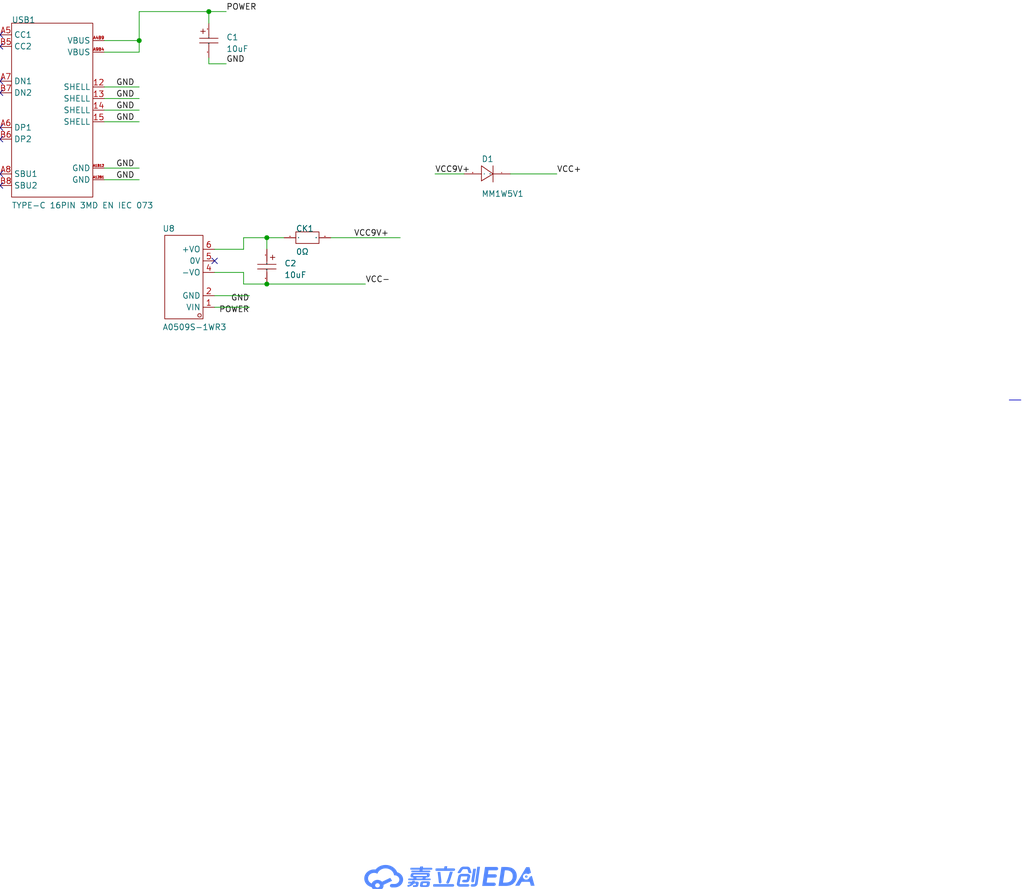
<source format=kicad_sch>
(kicad_sch
	(version 20231120)
	(generator "eeschema")
	(generator_version "8.0")
	(uuid "a6da3570-6b14-4584-8bbe-cc0e207e685a")
	(paper "User" 224.206 194.742)
	(lib_symbols
		(symbol "ProPrj_Sig-easyedapro:0Ω"
			(exclude_from_sim no)
			(in_bom yes)
			(on_board yes)
			(property "Reference" "U"
				(at 0 0 0)
				(effects
					(font
						(size 1.27 1.27)
					)
				)
			)
			(property "Value" ""
				(at 0 0 0)
				(effects
					(font
						(size 1.27 1.27)
					)
				)
			)
			(property "Footprint" "ProPrj_Sig-easyedapro:R0603"
				(at 0 0 0)
				(effects
					(font
						(size 1.27 1.27)
					)
					(hide yes)
				)
			)
			(property "Datasheet" ""
				(at 0 0 0)
				(effects
					(font
						(size 1.27 1.27)
					)
					(hide yes)
				)
			)
			(property "Description" ""
				(at 0 0 0)
				(effects
					(font
						(size 1.27 1.27)
					)
					(hide yes)
				)
			)
			(property "Manufacturer Part" "0Ω"
				(at 0 0 0)
				(effects
					(font
						(size 1.27 1.27)
					)
					(hide yes)
				)
			)
			(property "Supplier Part" "C9900083234"
				(at 0 0 0)
				(effects
					(font
						(size 1.27 1.27)
					)
					(hide yes)
				)
			)
			(property "Supplier" "LCSC"
				(at 0 0 0)
				(effects
					(font
						(size 1.27 1.27)
					)
					(hide yes)
				)
			)
			(property "LCSC Part Name" "0Ω"
				(at 0 0 0)
				(effects
					(font
						(size 1.27 1.27)
					)
					(hide yes)
				)
			)
			(symbol "0Ω_1_0"
				(rectangle
					(start -2.54 -1.27)
					(end 2.54 1.27)
					(stroke
						(width 0)
						(type default)
					)
					(fill
						(type none)
					)
				)
				(pin unspecified line
					(at -5.08 0 0)
					(length 2.54)
					(name "1"
						(effects
							(font
								(size 0.0254 0.0254)
							)
						)
					)
					(number "1"
						(effects
							(font
								(size 0.0254 0.0254)
							)
						)
					)
				)
				(pin unspecified line
					(at 5.08 0 180)
					(length 2.54)
					(name "2"
						(effects
							(font
								(size 0.0254 0.0254)
							)
						)
					)
					(number "2"
						(effects
							(font
								(size 0.0254 0.0254)
							)
						)
					)
				)
			)
		)
		(symbol "ProPrj_Sig-easyedapro:A0509S-1WR3_C5369385"
			(exclude_from_sim no)
			(in_bom yes)
			(on_board yes)
			(property "Reference" "U"
				(at 0 0 0)
				(effects
					(font
						(size 1.27 1.27)
					)
				)
			)
			(property "Value" ""
				(at 0 0 0)
				(effects
					(font
						(size 1.27 1.27)
					)
				)
			)
			(property "Footprint" "ProPrj_Sig-easyedapro:PWRM-TH_A05XXS-1WR3"
				(at 0 0 0)
				(effects
					(font
						(size 1.27 1.27)
					)
					(hide yes)
				)
			)
			(property "Datasheet" "https://atta.szlcsc.com/upload/public/pdf/source/20230712/CE7059F6A87E500D281D8B0F754C5B41.pdf"
				(at 0 0 0)
				(effects
					(font
						(size 1.27 1.27)
					)
					(hide yes)
				)
			)
			(property "Description" "A0509S-1WR3 ---是小体积，高效率的微小功率，定电压输入，隔离非稳压正负双路输出，DC/DC 模块电源；该产品是专门针对板上电源系统中需要产生一组与输入电源隔离的电压的应用场合而设计的。该产品适用于：●输入电源的电压比较稳定（电压变化范围±10%Vin）；●输入输出之间要求隔离（隔离电压≤1500VDC）；●对输出电压稳定度要求不高的场合。；●典型应用：纯数字电路场合，一般低频模拟电路场合，继电器驱动电路，数据交换电路场合等;"
				(at 0 0 0)
				(effects
					(font
						(size 1.27 1.27)
					)
					(hide yes)
				)
			)
			(property "Manufacturer Part" "A0509S-1WR3"
				(at 0 0 0)
				(effects
					(font
						(size 1.27 1.27)
					)
					(hide yes)
				)
			)
			(property "Manufacturer" "YLPTEC(易川)"
				(at 0 0 0)
				(effects
					(font
						(size 1.27 1.27)
					)
					(hide yes)
				)
			)
			(property "Supplier Part" "C5369385"
				(at 0 0 0)
				(effects
					(font
						(size 1.27 1.27)
					)
					(hide yes)
				)
			)
			(property "Supplier" "LCSC"
				(at 0 0 0)
				(effects
					(font
						(size 1.27 1.27)
					)
					(hide yes)
				)
			)
			(property "LCSC Part Name" "A0509S-1WR3"
				(at 0 0 0)
				(effects
					(font
						(size 1.27 1.27)
					)
					(hide yes)
				)
			)
			(symbol "A0509S-1WR3_C5369385_1_0"
				(rectangle
					(start -2.54 -10.668)
					(end 5.842 7.62)
					(stroke
						(width 0)
						(type default)
					)
					(fill
						(type none)
					)
				)
				(circle
					(center -1.778 6.858)
					(radius 0.381)
					(stroke
						(width 0)
						(type default)
					)
					(fill
						(type none)
					)
				)
				(pin unspecified line
					(at -5.08 5.08 0)
					(length 2.54)
					(name "VIN"
						(effects
							(font
								(size 1.27 1.27)
							)
						)
					)
					(number "1"
						(effects
							(font
								(size 1.27 1.27)
							)
						)
					)
				)
				(pin unspecified line
					(at -5.08 2.54 0)
					(length 2.54)
					(name "GND"
						(effects
							(font
								(size 1.27 1.27)
							)
						)
					)
					(number "2"
						(effects
							(font
								(size 1.27 1.27)
							)
						)
					)
				)
				(pin unspecified line
					(at -5.08 -2.54 0)
					(length 2.54)
					(name "-VO"
						(effects
							(font
								(size 1.27 1.27)
							)
						)
					)
					(number "4"
						(effects
							(font
								(size 1.27 1.27)
							)
						)
					)
				)
				(pin unspecified line
					(at -5.08 -5.08 0)
					(length 2.54)
					(name "0V"
						(effects
							(font
								(size 1.27 1.27)
							)
						)
					)
					(number "5"
						(effects
							(font
								(size 1.27 1.27)
							)
						)
					)
				)
				(pin unspecified line
					(at -5.08 -7.62 0)
					(length 2.54)
					(name "+VO"
						(effects
							(font
								(size 1.27 1.27)
							)
						)
					)
					(number "6"
						(effects
							(font
								(size 1.27 1.27)
							)
						)
					)
				)
			)
		)
		(symbol "ProPrj_Sig-easyedapro:Drawing-Symbol_A4"
			(exclude_from_sim no)
			(in_bom yes)
			(on_board yes)
			(property "Reference" ""
				(at 0 0 0)
				(effects
					(font
						(size 1.27 1.27)
					)
				)
			)
			(property "Value" ""
				(at 0 0 0)
				(effects
					(font
						(size 1.27 1.27)
					)
				)
			)
			(property "Footprint" "ProPrj_Sig-easyedapro:"
				(at 0 0 0)
				(effects
					(font
						(size 1.27 1.27)
					)
					(hide yes)
				)
			)
			(property "Datasheet" ""
				(at 0 0 0)
				(effects
					(font
						(size 1.27 1.27)
					)
					(hide yes)
				)
			)
			(property "Description" ""
				(at 0 0 0)
				(effects
					(font
						(size 1.27 1.27)
					)
					(hide yes)
				)
			)
			(symbol "Drawing-Symbol_A4_0_0"
				(polyline
					(pts
						(xy 146.9783 10.146) (xy 146.976 10.1327) (xy 146.973 10.1197) (xy 146.9695 10.1069) (xy 146.9653 10.0944)
						(xy 146.9605 10.082) (xy 146.9552 10.07) (xy 146.9493 10.0583) (xy 146.9428 10.0468) (xy 146.9358 10.0356)
						(xy 146.9283 10.0248) (xy 146.9203 10.0143) (xy 146.9118 10.0042) (xy 146.9029 9.9944) (xy 146.8935 9.985)
						(xy 146.8836 9.976) (xy 146.8733 9.9673) (xy 146.8627 9.9591) (xy 146.8516 9.9514) (xy 146.8402 9.9441)
						(xy 146.8284 9.9372) (xy 146.8163 9.9308) (xy 146.8038 9.9249) (xy 146.7911 9.9195) (xy 146.778 9.9146)
						(xy 146.7647 9.9102) (xy 146.7511 9.9064) (xy 146.7373 9.9031) (xy 146.7233 9.9004) (xy 146.709 9.8983)
						(xy 146.6945 9.8967) (xy 146.6799 9.8958) (xy 146.6651 9.8955) (xy 146.6547 9.8955) (xy 146.6398 9.8959)
						(xy 146.625 9.897) (xy 146.6102 9.899) (xy 146.5956 9.9016) (xy 146.5811 9.905) (xy 146.5668 9.9091)
						(xy 146.5528 9.9138) (xy 146.5391 9.9192) (xy 146.5256 9.9252) (xy 146.5125 9.9318) (xy 146.4999 9.939)
						(xy 146.4876 9.9467) (xy 146.4758 9.955) (xy 146.4646 9.9638) (xy 146.4539 9.973) (xy 146.4438 9.9828)
						(xy 146.434 9.9933) (xy 146.4249 10.0043) (xy 146.4166 10.0158) (xy 146.4089 10.0275) (xy 146.402 10.0397)
						(xy 146.3958 10.0521) (xy 146.3904 10.0648) (xy 146.3856 10.0777) (xy 146.3816 10.0907) (xy 146.3782 10.1039)
						(xy 146.3756 10.1173) (xy 146.3736 10.1306) (xy 146.3724 10.144) (xy 146.3718 10.1574) (xy 146.372 10.1707)
						(xy 146.3728 10.1839) (xy 146.7925 12.8714) (xy 147.4021 12.8714) (xy 146.9783 10.146)
					)
					(stroke
						(width -0.0001)
						(type solid)
					)
					(fill
						(type color)
						(color 85 136 255 1)
					)
				)
				(polyline
					(pts
						(xy 142.3185 12.2147) (xy 142.3164 12.209) (xy 142.2175 11.9012) (xy 142.1192 11.5812) (xy 141.9194 10.9313)
						(xy 141.8159 10.6145) (xy 141.7083 10.3119) (xy 141.5958 10.0302) (xy 141.5373 9.8992) (xy 141.4771 9.7759)
						(xy 141.4663 9.7575) (xy 141.4542 9.7399) (xy 141.4409 9.7233) (xy 141.4266 9.7077) (xy 141.4112 9.693)
						(xy 141.3948 9.6794) (xy 141.3775 9.667) (xy 141.3594 9.6556) (xy 141.3405 9.6454) (xy 141.321 9.6365)
						(xy 141.3008 9.6288) (xy 141.2801 9.6224) (xy 141.2589 9.6174) (xy 141.2373 9.6137) (xy 141.2154 9.6115)
						(xy 141.1932 9.6108) (xy 141.1838 9.6109) (xy 141.1744 9.6115) (xy 141.165 9.6123) (xy 141.1556 9.6134)
						(xy 141.1462 9.6148) (xy 141.1368 9.6164) (xy 141.1274 9.6182) (xy 141.118 9.6203) (xy 141.0867 9.6279)
						(xy 141.0732 9.6328) (xy 141.0602 9.6382) (xy 141.0476 9.6442) (xy 141.0355 9.6508) (xy 141.0239 9.6578)
						(xy 141.0127 9.6653) (xy 141.0021 9.6733) (xy 140.992 9.6817) (xy 140.9823 9.6905) (xy 140.9732 9.6998)
						(xy 140.9647 9.7094) (xy 140.9566 9.7194) (xy 140.9492 9.7297) (xy 140.9422 9.7404) (xy 140.9359 9.7514)
						(xy 140.9301 9.7626) (xy 140.9242 9.7755) (xy 140.9192 9.7886) (xy 140.9148 9.8019) (xy 140.9113 9.8153)
						(xy 140.9086 9.8289) (xy 140.9066 9.8425) (xy 140.9055 9.8561) (xy 140.9051 9.8698) (xy 140.9055 9.8835)
						(xy 140.9066 9.8972) (xy 140.9086 9.9108) (xy 140.9113 9.9243) (xy 140.9148 9.9378) (xy 140.9192 9.951)
						(xy 140.9242 9.9642) (xy 140.9301 9.9771) (xy 140.9842 10.088) (xy 141.0368 10.2068) (xy 141.1382 10.4644)
						(xy 141.2355 10.7434) (xy 141.3297 11.0373) (xy 141.5129 11.6433) (xy 141.604 11.9423) (xy 141.6963 12.2299)
						(xy 142.3226 12.2299) (xy 142.3185 12.2147)
					)
					(stroke
						(width -0.0001)
						(type solid)
					)
					(fill
						(type color)
						(color 85 136 255 1)
					)
				)
				(polyline
					(pts
						(xy 139.8445 9.9733) (xy 139.8455 9.9609) (xy 139.8459 9.9485) (xy 139.8456 9.9362) (xy 139.8447 9.9241)
						(xy 139.8432 9.912) (xy 139.841 9.9001) (xy 139.8383 9.8883) (xy 139.835 9.8766) (xy 139.8311 9.8652)
						(xy 139.8266 9.8539) (xy 139.8216 9.8428) (xy 139.816 9.8319) (xy 139.8099 9.8213) (xy 139.8033 9.8109)
						(xy 139.7962 9.8007) (xy 139.7886 9.7908) (xy 139.7806 9.7812) (xy 139.7721 9.7719) (xy 139.7631 9.763)
						(xy 139.7536 9.7543) (xy 139.7438 9.746) (xy 139.7335 9.738) (xy 139.7229 9.7304) (xy 139.7118 9.7232)
						(xy 139.7004 9.7164) (xy 139.6885 9.71) (xy 139.6764 9.704) (xy 139.6639 9.6985) (xy 139.651 9.6934)
						(xy 139.6379 9.6888) (xy 139.6244 9.6846) (xy 139.6107 9.681) (xy 139.6044 9.6791) (xy 139.5966 9.6778)
						(xy 139.5888 9.6766) (xy 139.5809 9.6756) (xy 139.5731 9.6748) (xy 139.5653 9.6742) (xy 139.5574 9.6738)
						(xy 139.5496 9.6735) (xy 139.5418 9.6734) (xy 139.5287 9.6736) (xy 139.5159 9.6744) (xy 139.5032 9.6756)
						(xy 139.4907 9.6772) (xy 139.4784 9.6794) (xy 139.4664 9.6819) (xy 139.4546 9.6849) (xy 139.443 9.6884)
						(xy 139.4316 9.6922) (xy 139.4206 9.6965) (xy 139.4098 9.7012) (xy 139.3993 9.7063) (xy 139.3891 9.7118)
						(xy 139.3792 9.7177) (xy 139.3696 9.724) (xy 139.3604 9.7306) (xy 139.3515 9.7376) (xy 139.343 9.7449)
						(xy 139.3349 9.7526) (xy 139.3271 9.7606) (xy 139.3197 9.769) (xy 139.3128 9.7776) (xy 139.3063 9.7866)
						(xy 139.3002 9.7959) (xy 139.2945 9.8055) (xy 139.2893 9.8154) (xy 139.2846 9.8255) (xy 139.2803 9.836)
						(xy 139.2765 9.8467) (xy 139.2733 9.8576) (xy 139.2705 9.8688) (xy 139.2683 9.8803) (xy 139.2683 9.8898)
						(xy 139.0011 12.1844) (xy 139.0011 12.1863) (xy 139.5919 12.1863) (xy 139.8445 9.9733)
					)
					(stroke
						(width -0.0001)
						(type solid)
					)
					(fill
						(type color)
						(color 85 136 255 1)
					)
				)
				(polyline
					(pts
						(xy 142.3562 9.5079) (xy 142.3709 9.5068) (xy 142.3853 9.505) (xy 142.3996 9.5024) (xy 142.4136 9.4992)
						(xy 142.4275 9.4953) (xy 142.4411 9.4907) (xy 142.4544 9.4855) (xy 142.4675 9.4797) (xy 142.4803 9.4733)
						(xy 142.4928 9.4662) (xy 142.5049 9.4586) (xy 142.5168 9.4505) (xy 142.5283 9.4418) (xy 142.5394 9.4326)
						(xy 142.5502 9.4229) (xy 142.5597 9.4123) (xy 142.5685 9.4014) (xy 142.5766 9.39) (xy 142.5841 9.3783)
						(xy 142.5909 9.3662) (xy 142.597 9.3538) (xy 142.6024 9.3412) (xy 142.6071 9.3282) (xy 142.611 9.315)
						(xy 142.6142 9.3016) (xy 142.6166 9.288) (xy 142.6183 9.2742) (xy 142.6192 9.2603) (xy 142.6193 9.2462)
						(xy 142.6185 9.2321) (xy 142.617 9.2179) (xy 142.6149 9.2046) (xy 142.6126 9.1915) (xy 142.6097 9.1787)
						(xy 142.6061 9.166) (xy 142.6019 9.1535) (xy 142.5971 9.1413) (xy 142.5917 9.1293) (xy 142.5858 9.1176)
						(xy 142.5793 9.1062) (xy 142.5722 9.0951) (xy 142.5647 9.0843) (xy 142.5567 9.0738) (xy 142.5482 9.0636)
						(xy 142.5392 9.0538) (xy 142.5298 9.0444) (xy 142.52 9.0353) (xy 142.5097 9.0267) (xy 142.4991 9.0184)
						(xy 142.4882 9.0106) (xy 142.4768 9.0032) (xy 142.4652 8.9963) (xy 142.4532 8.9899) (xy 142.4409 8.9839)
						(xy 142.4284 8.9784) (xy 142.4156 8.9735) (xy 142.4025 8.9691) (xy 142.3892 8.9652) (xy 142.3758 8.9618)
						(xy 142.3621 8.9591) (xy 142.3483 8.9569) (xy 142.3343 8.9554) (xy 142.3202 8.9544) (xy 142.3059 8.9541)
						(xy 138.1576 8.9541) (xy 138.1502 8.9543) (xy 138.143 8.9548) (xy 138.1358 8.9556) (xy 138.1288 8.9567)
						(xy 138.122 8.9582) (xy 138.1152 8.96) (xy 138.1087 8.962) (xy 138.1023 8.9643) (xy 138.0961 8.9669)
						(xy 138.09 8.9698) (xy 138.0842 8.9729) (xy 138.0785 8.9763) (xy 138.073 8.9799) (xy 138.0678 8.9837)
						(xy 138.0627 8.9878) (xy 138.0579 8.992) (xy 138.0533 8.9965) (xy 138.049 9.0012) (xy 138.0449 9.006)
						(xy 138.0411 9.011) (xy 138.0375 9.0162) (xy 138.0342 9.0215) (xy 138.0312 9.0269) (xy 138.0284 9.0326)
						(xy 138.026 9.0383) (xy 138.0238 9.0441) (xy 138.022 9.0501) (xy 138.0205 9.0562) (xy 138.0193 9.0623)
						(xy 138.0184 9.0686) (xy 138.0179 9.0749) (xy 138.0177 9.0812) (xy 138.0177 9.0831) (xy 138.0156 9.0831)
						(xy 138.0595 9.5083) (xy 142.3414 9.5083) (xy 142.3562 9.5079)
					)
					(stroke
						(width -0.0001)
						(type solid)
					)
					(fill
						(type color)
						(color 85 136 255 1)
					)
				)
				(polyline
					(pts
						(xy 159.4399 12.0041) (xy 158.8178 11.6928) (xy 158.7955 11.7067) (xy 158.7727 11.7197) (xy 158.7492 11.732)
						(xy 158.7252 11.7435) (xy 158.7007 11.7542) (xy 158.6757 11.764) (xy 158.6501 11.773) (xy 158.6241 11.7811)
						(xy 158.5977 11.7883) (xy 158.5708 11.7946) (xy 158.5436 11.7999) (xy 158.5159 11.8044) (xy 158.488 11.8078)
						(xy 158.4597 11.8103) (xy 158.4311 11.8119) (xy 158.4023 11.8124) (xy 158.3649 11.8115) (xy 158.3281 11.809)
						(xy 158.2917 11.8048) (xy 158.256 11.7989) (xy 158.2209 11.7916) (xy 158.1864 11.7826) (xy 158.1527 11.7723)
						(xy 158.1197 11.7604) (xy 158.0875 11.7472) (xy 158.0562 11.7326) (xy 158.0257 11.7167) (xy 157.9963 11.6995)
						(xy 157.9678 11.681) (xy 157.9403 11.6614) (xy 157.914 11.6407) (xy 157.8887 11.6188) (xy 157.8647 11.5958)
						(xy 157.8418 11.5719) (xy 157.8202 11.5469) (xy 157.8 11.521) (xy 157.781 11.4942) (xy 157.7635 11.4666)
						(xy 157.7475 11.4381) (xy 157.7329 11.4088) (xy 157.7199 11.3788) (xy 157.7085 11.3482) (xy 157.6987 11.3168)
						(xy 157.6905 11.2849) (xy 157.6842 11.2524) (xy 157.6795 11.2194) (xy 157.6767 11.1858) (xy 157.6758 11.1519)
						(xy 157.6767 11.1179) (xy 157.6795 11.0844) (xy 157.6842 11.0514) (xy 157.6905 11.0189) (xy 157.6987 10.987)
						(xy 157.7085 10.9556) (xy 157.7199 10.9249) (xy 157.7329 10.895) (xy 157.7475 10.8657) (xy 157.7635 10.8372)
						(xy 157.781 10.8096) (xy 157.8 10.7828) (xy 157.8202 10.7569) (xy 157.8418 10.7319) (xy 157.8647 10.7079)
						(xy 157.8887 10.685) (xy 157.914 10.6631) (xy 157.9403 10.6424) (xy 157.9678 10.6227) (xy 157.9963 10.6043)
						(xy 158.0257 10.5871) (xy 158.0562 10.5712) (xy 158.0875 10.5566) (xy 158.1197 10.5434) (xy 158.1527 10.5315)
						(xy 158.1864 10.5211) (xy 158.2209 10.5122) (xy 158.256 10.5048) (xy 158.2917 10.499) (xy 158.3281 10.4948)
						(xy 158.3649 10.4923) (xy 158.4023 10.4914) (xy 158.4371 10.4922) (xy 158.4715 10.4944) (xy 158.5055 10.4981)
						(xy 158.5389 10.5031) (xy 158.5718 10.5096) (xy 158.6042 10.5174) (xy 158.6359 10.5265) (xy 158.6669 10.5369)
						(xy 158.6973 10.5485) (xy 158.727 10.5613) (xy 158.7559 10.5753) (xy 158.7841 10.5904) (xy 158.8114 10.6066)
						(xy 158.8378 10.6239) (xy 158.8634 10.6422) (xy 158.888 10.6615) (xy 158.9116 10.6818) (xy 158.9342 10.703)
						(xy 158.9558 10.7251) (xy 158.9763 10.748) (xy 158.9957 10.7718) (xy 159.0139 10.7964) (xy 159.0309 10.8217)
						(xy 159.0467 10.8477) (xy 159.0613 10.8744) (xy 159.0745 10.9018) (xy 159.0864 10.9298) (xy 159.097 10.9584)
						(xy 159.1061 10.9875) (xy 159.1138 11.0172) (xy 159.12 11.0473) (xy 159.1247 11.0779) (xy 159.6257 11.3284)
						(xy 160.2249 9.1534) (xy 159.4065 9.1534) (xy 159.1685 10.0207) (xy 157.3877 10.0207) (xy 156.8783 9.1534)
						(xy 155.9701 9.1534) (xy 158.394 13.232) (xy 159.1038 13.232) (xy 159.4399 12.0041)
					)
					(stroke
						(width -0.0001)
						(type solid)
					)
					(fill
						(type color)
						(color 85 136 255 1)
					)
				)
				(polyline
					(pts
						(xy 158.4338 11.4201) (xy 158.4481 11.419) (xy 158.4622 11.4172) (xy 158.476 11.4148) (xy 158.4896 11.4118)
						(xy 158.5029 11.4082) (xy 158.516 11.4041) (xy 158.5287 11.3994) (xy 158.5412 11.3941) (xy 158.5532 11.3883)
						(xy 158.565 11.3821) (xy 158.5763 11.3753) (xy 158.5873 11.368) (xy 158.5979 11.3603) (xy 158.608 11.3522)
						(xy 158.6177 11.3436) (xy 158.6269 11.3346) (xy 158.6357 11.3252) (xy 158.6439 11.3155) (xy 158.6516 11.3053)
						(xy 158.6589 11.2949) (xy 158.6655 11.2841) (xy 158.6716 11.273) (xy 158.6771 11.2616) (xy 158.682 11.2499)
						(xy 158.6863 11.2379) (xy 158.69 11.2258) (xy 158.693 11.2133) (xy 158.6953 11.2007) (xy 158.6969 11.1878)
						(xy 158.6979 11.1748) (xy 158.6981 11.1616) (xy 158.6976 11.1485) (xy 158.6963 11.1355) (xy 158.6944 11.1227)
						(xy 158.6918 11.1101) (xy 158.6885 11.0977) (xy 158.6845 11.0856) (xy 158.68 11.0737) (xy 158.6748 11.0621)
						(xy 158.669 11.0508) (xy 158.6627 11.0398) (xy 158.6557 11.0292) (xy 158.6483 11.0189) (xy 158.6403 11.0089)
						(xy 158.6318 10.9993) (xy 158.6229 10.9901) (xy 158.6134 10.9813) (xy 158.6035 10.9729) (xy 158.5932 10.9649)
						(xy 158.5825 10.9574) (xy 158.5714 10.9504) (xy 158.5598 10.9438) (xy 158.548 10.9378) (xy 158.5358 10.9322)
						(xy 158.5232 10.9272) (xy 158.5104 10.9228) (xy 158.4972 10.9189) (xy 158.4838 10.9156) (xy 158.4701 10.9128)
						(xy 158.4562 10.9107) (xy 158.4421 10.9092) (xy 158.4278 10.9084) (xy 158.4133 10.9082) (xy 158.3988 10.9086)
						(xy 158.3845 10.9098) (xy 158.3704 10.9115) (xy 158.3565 10.9139) (xy 158.3429 10.9169) (xy 158.3296 10.9205)
						(xy 158.3166 10.9247) (xy 158.3038 10.9294) (xy 158.2914 10.9346) (xy 158.2793 10.9404) (xy 158.2676 10.9467)
						(xy 158.2562 10.9534) (xy 158.2453 10.9607) (xy 158.2347 10.9684) (xy 158.2246 10.9766) (xy 158.2149 10.9851)
						(xy 158.2057 10.9941) (xy 158.1969 11.0035) (xy 158.1887 11.0133) (xy 158.1809 11.0234) (xy 158.1737 11.0338)
						(xy 158.1671 11.0446) (xy 158.161 11.0557) (xy 158.1554 11.0672) (xy 158.1505 11.0788) (xy 158.1462 11.0908)
						(xy 158.1426 11.103) (xy 158.1396 11.1154) (xy 158.1373 11.128) (xy 158.1356 11.1409) (xy 158.1347 11.1539)
						(xy 158.1345 11.1671) (xy 158.135 11.1803) (xy 158.1362 11.1933) (xy 158.1382 11.2061) (xy 158.1408 11.2187)
						(xy 158.1441 11.231) (xy 158.148 11.2432) (xy 158.1526 11.255) (xy 158.1578 11.2666) (xy 158.1636 11.2779)
						(xy 158.1699 11.2889) (xy 158.1768 11.2995) (xy 158.1843 11.3099) (xy 158.1922 11.3198) (xy 158.2007 11.3294)
						(xy 158.2097 11.3386) (xy 158.2191 11.3474) (xy 158.229 11.3558) (xy 158.2393 11.3638) (xy 158.2501 11.3713)
						(xy 158.2612 11.3783) (xy 158.2727 11.3849) (xy 158.2846 11.3909) (xy 158.2968 11.3965) (xy 158.3093 11.4015)
						(xy 158.3222 11.4059) (xy 158.3353 11.4099) (xy 158.3488 11.4132) (xy 158.3624 11.4159) (xy 158.3763 11.418)
						(xy 158.3905 11.4195) (xy 158.4048 11.4204) (xy 158.4193 11.4206) (xy 158.4338 11.4201)
					)
					(stroke
						(width -0.0001)
						(type solid)
					)
					(fill
						(type color)
						(color 85 136 255 1)
					)
				)
				(polyline
					(pts
						(xy 147.7653 9.6354) (xy 147.7561 9.5831) (xy 147.7432 9.532) (xy 147.7269 9.4824) (xy 147.7072 9.4344)
						(xy 147.6842 9.388) (xy 147.6581 9.3433) (xy 147.6288 9.3005) (xy 147.5965 9.2597) (xy 147.5613 9.2208)
						(xy 147.5233 9.1842) (xy 147.4825 9.1497) (xy 147.4392 9.1177) (xy 147.3933 9.088) (xy 147.3449 9.0609)
						(xy 147.2942 9.0365) (xy 147.2413 9.0148) (xy 147.2236 9.0073) (xy 147.2058 9.0002) (xy 147.1878 8.9937)
						(xy 147.1696 8.9877) (xy 147.1512 8.9822) (xy 147.1326 8.9773) (xy 147.1139 8.9728) (xy 147.0949 8.9688)
						(xy 147.0757 8.9653) (xy 147.0563 8.9623) (xy 147.0366 8.9598) (xy 147.0167 8.9577) (xy 146.9966 8.9561)
						(xy 146.9761 8.955) (xy 146.9554 8.9543) (xy 146.9344 8.9541) (xy 146.519 8.9541) (xy 146.5041 8.9545)
						(xy 146.4893 8.9557) (xy 146.4745 8.9576) (xy 146.4599 8.9603) (xy 146.4454 8.9636) (xy 146.4311 8.9677)
						(xy 146.4171 8.9724) (xy 146.4034 8.9778) (xy 146.3899 8.9838) (xy 146.3768 8.9904) (xy 146.3642 8.9976)
						(xy 146.3519 9.0053) (xy 146.3401 9.0136) (xy 146.3289 9.0224) (xy 146.3182 9.0317) (xy 146.3081 9.0414)
						(xy 146.2986 9.0519) (xy 146.2898 9.0628) (xy 146.2817 9.0741) (xy 146.2742 9.0857) (xy 146.2674 9.0976)
						(xy 146.2613 9.1098) (xy 146.2559 9.1223) (xy 146.2512 9.1351) (xy 146.2473 9.1481) (xy 146.2441 9.1614)
						(xy 146.2416 9.1748) (xy 146.24 9.1885) (xy 146.2391 9.2023) (xy 146.239 9.2162) (xy 146.2397 9.2303)
						(xy 146.2413 9.2445) (xy 146.2434 9.254) (xy 146.2457 9.267) (xy 146.2486 9.2799) (xy 146.2523 9.2926)
						(xy 146.2565 9.305) (xy 146.2613 9.3173) (xy 146.2668 9.3292) (xy 146.2728 9.3409) (xy 146.2794 9.3524)
						(xy 146.2865 9.3635) (xy 146.2941 9.3743) (xy 146.3023 9.3848) (xy 146.3109 9.3949) (xy 146.32 9.4047)
						(xy 146.3295 9.4142) (xy 146.3395 9.4232) (xy 146.3499 9.4319) (xy 146.3606 9.4401) (xy 146.3717 9.448)
						(xy 146.3832 9.4553) (xy 146.3951 9.4622) (xy 146.4072 9.4687) (xy 146.4197 9.4747) (xy 146.4324 9.4801)
						(xy 146.4454 9.4851) (xy 146.4586 9.4895) (xy 146.4721 9.4934) (xy 146.4857 9.4967) (xy 146.4996 9.4995)
						(xy 146.5136 9.5016) (xy 146.5278 9.5032) (xy 146.5421 9.5042) (xy 146.5565 9.5045) (xy 146.972 9.5045)
						(xy 146.9813 9.5047) (xy 146.9903 9.5052) (xy 146.9991 9.5061) (xy 147.0077 9.5074) (xy 147.0162 9.509)
						(xy 147.0244 9.511) (xy 147.0325 9.5134) (xy 147.0404 9.5161) (xy 147.0481 9.5192) (xy 147.0557 9.5227)
						(xy 147.0632 9.5266) (xy 147.0706 9.5309) (xy 147.0779 9.5356) (xy 147.0851 9.5406) (xy 147.0923 9.5461)
						(xy 147.0993 9.5519) (xy 147.1066 9.5591) (xy 147.1135 9.5665) (xy 147.1201 9.574) (xy 147.1263 9.5816)
						(xy 147.1321 9.5894) (xy 147.1376 9.5972) (xy 147.1427 9.6052) (xy 147.1474 9.6131) (xy 147.1517 9.6212)
						(xy 147.1556 9.6292) (xy 147.1591 9.6373) (xy 147.1622 9.6453) (xy 147.1649 9.6534) (xy 147.1671 9.6614)
						(xy 147.1689 9.6693) (xy 147.1703 9.6772) (xy 147.686 13.3098) (xy 148.2893 13.3098) (xy 147.7653 9.6354)
					)
					(stroke
						(width -0.0001)
						(type solid)
					)
					(fill
						(type color)
						(color 85 136 255 1)
					)
				)
				(polyline
					(pts
						(xy 141.0303 12.9587) (xy 142.5439 12.9587) (xy 142.5599 12.9584) (xy 142.5756 12.9573) (xy 142.5911 12.9555)
						(xy 142.6063 12.9531) (xy 142.6212 12.9499) (xy 142.6358 12.946) (xy 142.6501 12.9414) (xy 142.664 12.9362)
						(xy 142.6775 12.9302) (xy 142.6906 12.9236) (xy 142.7032 12.9163) (xy 142.7154 12.9083) (xy 142.7271 12.8996)
						(xy 142.7382 12.8902) (xy 142.7489 12.8802) (xy 142.759 12.8695) (xy 142.7684 12.859) (xy 142.7772 12.8481)
						(xy 142.7852 12.8368) (xy 142.7926 12.8252) (xy 142.7992 12.8133) (xy 142.8051 12.801) (xy 142.8103 12.7884)
						(xy 142.8148 12.7756) (xy 142.8185 12.7625) (xy 142.8216 12.7491) (xy 142.8238 12.7355) (xy 142.8253 12.7217)
						(xy 142.8261 12.7076) (xy 142.826 12.6934) (xy 142.8252 12.6791) (xy 142.8237 12.6645) (xy 142.8237 12.6607)
						(xy 142.8214 12.6477) (xy 142.8185 12.6348) (xy 142.8149 12.6222) (xy 142.8107 12.6098) (xy 142.806 12.5977)
						(xy 142.8006 12.5858) (xy 142.7947 12.5742) (xy 142.7883 12.5629) (xy 142.7813 12.552) (xy 142.7738 12.5413)
						(xy 142.7657 12.531) (xy 142.7573 12.521) (xy 142.7483 12.5113) (xy 142.7389 12.5021) (xy 142.729 12.4932)
						(xy 142.7188 12.4847) (xy 142.7081 12.4766) (xy 142.697 12.469) (xy 142.6856 12.4618) (xy 142.6738 12.4551)
						(xy 142.6617 12.4488) (xy 142.6493 12.443) (xy 142.6365 12.4376) (xy 142.6235 12.4328) (xy 142.6101 12.4285)
						(xy 142.5965 12.4248) (xy 142.5827 12.4215) (xy 142.5687 12.4189) (xy 142.5544 12.4168) (xy 142.54 12.4152)
						(xy 142.5253 12.4143) (xy 142.5105 12.414) (xy 138.6733 12.414) (xy 138.6733 12.4159) (xy 138.6661 12.4163)
						(xy 138.659 12.4169) (xy 138.652 12.4179) (xy 138.6452 12.4191) (xy 138.6385 12.4207) (xy 138.6319 12.4225)
						(xy 138.6254 12.4246) (xy 138.6192 12.427) (xy 138.613 12.4296) (xy 138.6071 12.4325) (xy 138.6013 12.4356)
						(xy 138.5957 12.439) (xy 138.5903 12.4426) (xy 138.5852 12.4464) (xy 138.5802 12.4504) (xy 138.5754 12.4546)
						(xy 138.5709 12.459) (xy 138.5666 12.4636) (xy 138.5625 12.4684) (xy 138.5587 12.4733) (xy 138.5552 12.4784)
						(xy 138.5519 12.4837) (xy 138.5489 12.4891) (xy 138.5462 12.4946) (xy 138.5437 12.5003) (xy 138.5416 12.5061)
						(xy 138.5398 12.512) (xy 138.5382 12.5181) (xy 138.5371 12.5242) (xy 138.5362 12.5304) (xy 138.5357 12.5367)
						(xy 138.5355 12.5431) (xy 138.5355 12.5499) (xy 138.5356 12.5531) (xy 138.5358 12.5561) (xy 138.536 12.5591)
						(xy 138.5362 12.5606) (xy 138.5364 12.562) (xy 138.5366 12.5635) (xy 138.5369 12.5649) (xy 138.5372 12.5663)
						(xy 138.5376 12.5677) (xy 138.5772 12.9568) (xy 140.4228 12.9587) (xy 140.4917 13.325) (xy 140.4926 13.331)
						(xy 140.4938 13.3369) (xy 140.4953 13.3427) (xy 140.4971 13.3484) (xy 140.4991 13.3539) (xy 140.5014 13.3593)
						(xy 140.5039 13.3646) (xy 140.5067 13.3697) (xy 140.5097 13.3747) (xy 140.513 13.3796) (xy 140.5165 13.3843)
						(xy 140.5201 13.3888) (xy 140.524 13.3932) (xy 140.5281 13.3974) (xy 140.5324 13.4014) (xy 140.5368 13.4052)
						(xy 140.5415 13.4089) (xy 140.5463 13.4123) (xy 140.5513 13.4155) (xy 140.5564 13.4186) (xy 140.5617 13.4214)
						(xy 140.5671 13.424) (xy 140.5726 13.4264) (xy 140.5783 13.4286) (xy 140.5841 13.4305) (xy 140.59 13.4322)
						(xy 140.596 13.4336) (xy 140.6021 13.4348) (xy 140.6083 13.4358) (xy 140.6146 13.4365) (xy 140.621 13.4369)
						(xy 140.6274 13.437) (xy 141.1097 13.437) (xy 141.0303 12.9587)
					)
					(stroke
						(width -0.0001)
						(type solid)
					)
					(fill
						(type color)
						(color 85 136 255 1)
					)
				)
				(polyline
					(pts
						(xy 133.9675 10.0549) (xy 134.4623 10.0549) (xy 134.4906 10.0545) (xy 134.5177 10.0533) (xy 134.5438 10.0514)
						(xy 134.5687 10.0486) (xy 134.5926 10.0451) (xy 134.6154 10.0408) (xy 134.6372 10.0357) (xy 134.6578 10.0297)
						(xy 134.6774 10.023) (xy 134.6959 10.0155) (xy 134.7134 10.0072) (xy 134.7298 9.998) (xy 134.7451 9.9881)
						(xy 134.7593 9.9773) (xy 134.7725 9.9657) (xy 134.7846 9.9533) (xy 134.7957 9.9401) (xy 134.8057 9.9261)
						(xy 134.8147 9.9112) (xy 134.8226 9.8955) (xy 134.8294 9.8789) (xy 134.8352 9.8616) (xy 134.84 9.8433)
						(xy 134.8437 9.8243) (xy 134.8464 9.8044) (xy 134.848 9.7836) (xy 134.8486 9.762) (xy 134.8482 9.7396)
						(xy 134.8467 9.7162) (xy 134.8442 9.6921) (xy 134.8406 9.667) (xy 134.836 9.6411) (xy 134.7692 9.2881)
						(xy 134.7663 9.2625) (xy 134.7626 9.2379) (xy 134.758 9.2143) (xy 134.7527 9.1918) (xy 134.7465 9.1702)
						(xy 134.7394 9.1496) (xy 134.7315 9.1299) (xy 134.7228 9.1112) (xy 134.7131 9.0934) (xy 134.7026 9.0765)
						(xy 134.6912 9.0605) (xy 134.6788 9.0454) (xy 134.6655 9.0311) (xy 134.6513 9.0177) (xy 134.6361 9.0051)
						(xy 134.62 8.9932) (xy 134.6028 8.9822) (xy 134.5847 8.9719) (xy 134.5656 8.9624) (xy 134.5455 8.9536)
						(xy 134.5243 8.9455) (xy 134.5021 8.9381) (xy 134.4788 8.9314) (xy 134.4545 8.9254) (xy 134.4291 8.92)
						(xy 134.4026 8.9153) (xy 134.3463 8.9076) (xy 134.2856 8.9022) (xy 134.2202 8.899) (xy 133.5938 8.899)
						(xy 133.5938 9.2634) (xy 133.9822 9.2634) (xy 134.0112 9.264) (xy 134.0381 9.2657) (xy 134.063 9.2685)
						(xy 134.086 9.2723) (xy 134.107 9.2771) (xy 134.1262 9.2829) (xy 134.1438 9.2896) (xy 134.1596 9.2971)
						(xy 134.1739 9.3056) (xy 134.1867 9.3148) (xy 134.1981 9.3248) (xy 134.2082 9.3355) (xy 134.2171 9.3469)
						(xy 134.2247 9.359) (xy 134.2313 9.3717) (xy 134.2369 9.3849) (xy 134.264 9.495) (xy 134.2663 9.5039)
						(xy 134.268 9.5126) (xy 134.2692 9.521) (xy 134.2698 9.5291) (xy 134.2698 9.5369) (xy 134.2694 9.5444)
						(xy 134.2683 9.5517) (xy 134.2667 9.5587) (xy 134.2646 9.5654) (xy 134.2619 9.5718) (xy 134.2587 9.5779)
						(xy 134.2549 9.5838) (xy 134.2506 9.5893) (xy 134.2457 9.5946) (xy 134.2402 9.5996) (xy 134.2343 9.6044)
						(xy 134.2277 9.6088) (xy 134.2206 9.613) (xy 134.213 9.6168) (xy 134.2048 9.6204) (xy 134.1961 9.6237)
						(xy 134.1868 9.6267) (xy 134.1769 9.6295) (xy 134.1665 9.6319) (xy 134.1556 9.6341) (xy 134.1441 9.6359)
						(xy 134.1321 9.6375) (xy 134.1195 9.6388) (xy 134.1063 9.6398) (xy 134.0926 9.6406) (xy 134.0784 9.641)
						(xy 134.0636 9.6411) (xy 133.7964 9.6411) (xy 133.747 9.5746) (xy 133.6944 9.5116) (xy 133.6383 9.4519)
						(xy 133.5785 9.3953) (xy 133.5148 9.3416) (xy 133.4471 9.2906) (xy 133.375 9.2422) (xy 133.2984 9.1961)
						(xy 133.2172 9.1521) (xy 133.131 9.11) (xy 133.0398 9.0698) (xy 132.9432 9.031) (xy 132.8411 8.9936)
						(xy 132.7334 8.9574) (xy 132.6197 8.9221) (xy 132.4999 8.8877) (xy 132.3391 9.2521) (xy 132.4883 9.2951)
						(xy 132.6174 9.3348) (xy 132.6756 9.3541) (xy 132.7302 9.3734) (xy 132.7817 9.393) (xy 132.8305 9.4131)
						(xy 132.8772 9.4342) (xy 132.9221 9.4564) (xy 132.9658 9.48) (xy 133.0088 9.5053) (xy 133.0515 9.5327)
						(xy 133.0943 9.5624) (xy 133.1379 9.5946) (xy 133.1826 9.6297) (xy 132.5416 9.6297) (xy 132.6084 10.0435)
						(xy 133.3976 10.0435) (xy 133.3977 10.0461) (xy 133.3982 10.0495) (xy 133.3989 10.0537) (xy 133.4 10.0587)
						(xy 133.403 10.0709) (xy 133.4073 10.0857) (xy 133.4099 10.094) (xy 133.4128 10.1028) (xy 133.416 10.1122)
						(xy 133.4196 10.122) (xy 133.4235 10.1322) (xy 133.4278 10.1428) (xy 133.4323 10.1537) (xy 133.4373 10.165)
						(xy 133.4386 10.1696) (xy 133.4401 10.1741) (xy 133.4419 10.1785) (xy 133.4438 10.1828) (xy 133.446 10.187)
						(xy 133.4484 10.1912) (xy 133.451 10.1952) (xy 133.4538 10.1991) (xy 133.4568 10.2029) (xy 133.46 10.2066)
						(xy 133.4633 10.2102) (xy 133.4668 10.2137) (xy 133.4704 10.217) (xy 133.4742 10.2202) (xy 133.4781 10.2233)
						(xy 133.4822 10.2262) (xy 133.4863 10.2289) (xy 133.4906 10.2316) (xy 133.495 10.234) (xy 133.4995 10.2364)
						(xy 133.5041 10.2385) (xy 133.5087 10.2405) (xy 133.5135 10.2423) (xy 133.5183 10.244) (xy 133.5232 10.2454)
						(xy 133.5281 10.2467) (xy 133.5331 10.2478) (xy 133.5381 10.2487) (xy 133.5431 10.2494) (xy 133.5482 10.25)
						(xy 133.5533 10.2503) (xy 133.5584 10.2504) (xy 134.026 10.2504) (xy 133.9675 10.0549)
					)
					(stroke
						(width -0.0001)
						(type solid)
					)
					(fill
						(type color)
						(color 85 136 255 1)
					)
				)
				(polyline
					(pts
						(xy 153.8138 13.2729) (xy 153.9352 13.2704) (xy 154.0526 13.2662) (xy 154.1658 13.2602) (xy 154.275 13.2526)
						(xy 154.38 13.2433) (xy 154.481 13.2322) (xy 154.5778 13.2195) (xy 154.6706 13.205) (xy 154.7593 13.1888)
						(xy 154.844 13.1709) (xy 154.9245 13.1513) (xy 155.001 13.1299) (xy 155.0734 13.1069) (xy 155.1417 13.0821)
						(xy 155.206 13.0555) (xy 155.2675 13.0271) (xy 155.3276 12.9968) (xy 155.3863 12.9645) (xy 155.4435 12.9303)
						(xy 155.4993 12.894) (xy 155.5537 12.8559) (xy 155.6066 12.8158) (xy 155.658 12.7737) (xy 155.7079 12.7296)
						(xy 155.7564 12.6836) (xy 155.8034 12.6357) (xy 155.8489 12.5858) (xy 155.893 12.5339) (xy 155.9355 12.4801)
						(xy 155.9765 12.4243) (xy 156.016 12.3666) (xy 156.0536 12.3073) (xy 156.0887 12.2469) (xy 156.1215 12.1854)
						(xy 156.1518 12.1228) (xy 156.1798 12.059) (xy 156.2053 11.9941) (xy 156.2284 11.9281) (xy 156.2491 11.861)
						(xy 156.2673 11.7927) (xy 156.2832 11.7233) (xy 156.2966 11.6528) (xy 156.3076 11.5811) (xy 156.3161 11.5083)
						(xy 156.3222 11.4343) (xy 156.3259 11.3591) (xy 156.3271 11.2828) (xy 156.3258 11.2049) (xy 156.322 11.1277)
						(xy 156.3156 11.0512) (xy 156.3066 10.9754) (xy 156.2951 10.9004) (xy 156.281 10.826) (xy 156.2642 10.7524)
						(xy 156.2449 10.6795) (xy 156.2229 10.6074) (xy 156.1983 10.536) (xy 156.1711 10.4653) (xy 156.1413 10.3954)
						(xy 156.1087 10.3262) (xy 156.0735 10.2578) (xy 156.0357 10.1901) (xy 155.9952 10.1232) (xy 155.9533 10.0585)
						(xy 155.9101 9.996) (xy 155.8655 9.9357) (xy 155.8195 9.8777) (xy 155.772 9.8218) (xy 155.7232 9.7682)
						(xy 155.673 9.7169) (xy 155.6214 9.6677) (xy 155.5685 9.6208) (xy 155.5142 9.5761) (xy 155.4585 9.5336)
						(xy 155.4015 9.4933) (xy 155.3432 9.4553) (xy 155.2835 9.4195) (xy 155.2224 9.3859) (xy 155.1601 9.3545)
						(xy 155.0955 9.3252) (xy 155.0279 9.2978) (xy 154.9573 9.2722) (xy 154.8837 9.2485) (xy 154.807 9.2267)
						(xy 154.7272 9.2068) (xy 154.6444 9.1887) (xy 154.5585 9.1726) (xy 154.4696 9.1583) (xy 154.3776 9.1459)
						(xy 154.2826 9.1355) (xy 154.1845 9.1269) (xy 154.0833 9.1202) (xy 153.979 9.1154) (xy 153.8717 9.1126)
						(xy 153.7613 9.1116) (xy 152.3375 9.1116) (xy 152.4471 9.8404) (xy 153.3124 9.8404) (xy 153.5964 9.8404)
						(xy 153.7543 9.8421) (xy 153.9009 9.8471) (xy 153.9699 9.8508) (xy 154.0361 9.8552) (xy 154.0995 9.8605)
						(xy 154.16 9.8665) (xy 154.2177 9.8733) (xy 154.2726 9.8808) (xy 154.3246 9.8891) (xy 154.3738 9.8981)
						(xy 154.4201 9.9078) (xy 154.4636 9.9182) (xy 154.5043 9.9292) (xy 154.5421 9.941) (xy 154.5931 9.9592)
						(xy 154.6428 9.9791) (xy 154.6912 10.0005) (xy 154.7382 10.0236) (xy 154.784 10.0482) (xy 154.8284 10.0745)
						(xy 154.8716 10.1023) (xy 154.9134 10.1318) (xy 154.954 10.1628) (xy 154.9933 10.1955) (xy 155.0312 10.2297)
						(xy 155.0679 10.2656) (xy 155.1033 10.303) (xy 155.1374 10.3421) (xy 155.1703 10.3827) (xy 155.2018 10.425)
						(xy 155.2318 10.4683) (xy 155.2598 10.5129) (xy 155.286 10.5587) (xy 155.3101 10.6057) (xy 155.3324 10.654)
						(xy 155.3527 10.7035) (xy 155.371 10.7543) (xy 155.3874 10.8062) (xy 155.4017 10.8594) (xy 155.4141 10.9138)
						(xy 155.4245 10.9695) (xy 155.4329 11.0263) (xy 155.4392 11.0844) (xy 155.4435 11.1436) (xy 155.4458 11.2041)
						(xy 155.4461 11.2658) (xy 155.4454 11.3169) (xy 155.4433 11.3669) (xy 155.4399 11.416) (xy 155.4351 11.464)
						(xy 155.429 11.5109) (xy 155.4214 11.5569) (xy 155.4125 11.6017) (xy 155.4022 11.6456) (xy 155.3906 11.6884)
						(xy 155.3776 11.7302) (xy 155.3632 11.7709) (xy 155.3474 11.8105) (xy 155.3303 11.8491) (xy 155.3118 11.8866)
						(xy 155.2919 11.9231) (xy 155.2707 11.9585) (xy 155.2482 11.9929) (xy 155.2246 12.0262) (xy 155.1999 12.0586)
						(xy 155.1741 12.0899) (xy 155.1471 12.1202) (xy 155.119 12.1495) (xy 155.0899 12.1779) (xy 155.0596 12.2052)
						(xy 155.0282 12.2316) (xy 154.9957 12.257) (xy 154.9622 12.2815) (xy 154.9275 12.3049) (xy 154.8918 12.3275)
						(xy 154.8549 12.349) (xy 154.817 12.3697) (xy 154.778 12.3893) (xy 154.7373 12.4079) (xy 154.6949 12.4253)
						(xy 154.6509 12.4414) (xy 154.6053 12.4563) (xy 154.5581 12.47) (xy 154.5093 12.4824) (xy 154.4588 12.4937)
						(xy 154.4067 12.5037) (xy 154.3529 12.5125) (xy 154.2975 12.5202) (xy 154.2404 12.5266) (xy 154.1817 12.5319)
						(xy 154.1214 12.536) (xy 154.0594 12.5389) (xy 153.9957 12.5406) (xy 153.9304 12.5412) (xy 153.7154 12.5412)
						(xy 153.3124 9.8404) (xy 152.4471 9.8404) (xy 152.9638 13.2738) (xy 153.6882 13.2738) (xy 153.8138 13.2729)
					)
					(stroke
						(width -0.0001)
						(type solid)
					)
					(fill
						(type color)
						(color 85 136 255 1)
					)
				)
				(polyline
					(pts
						(xy 151.8718 13.2771) (xy 151.8924 13.2757) (xy 151.9126 13.2733) (xy 151.9326 13.2701) (xy 151.9521 13.2659)
						(xy 151.9714 13.261) (xy 151.9902 13.2551) (xy 152.0086 13.2485) (xy 152.0265 13.2411) (xy 152.044 13.2329)
						(xy 152.061 13.224) (xy 152.0774 13.2143) (xy 152.0934 13.204) (xy 152.1087 13.1929) (xy 152.1234 13.1812)
						(xy 152.1376 13.1689) (xy 152.151 13.156) (xy 152.1638 13.1425) (xy 152.1759 13.1284) (xy 152.1873 13.1137)
						(xy 152.1979 13.0986) (xy 152.2078 13.0829) (xy 152.2168 13.0668) (xy 152.225 13.0502) (xy 152.2324 13.0332)
						(xy 152.2389 13.0157) (xy 152.2445 12.9979) (xy 152.2492 12.9797) (xy 152.2529 12.9612) (xy 152.2557 12.9423)
						(xy 152.2574 12.9231) (xy 152.2581 12.9037) (xy 152.2576 12.8848) (xy 152.256 12.8661) (xy 152.2534 12.8477)
						(xy 152.2499 12.8296) (xy 152.2454 12.8118) (xy 152.2399 12.7943) (xy 152.2335 12.7772) (xy 152.2263 12.7605)
						(xy 152.2181 12.7442) (xy 152.2092 12.7283) (xy 152.1994 12.7129) (xy 152.1889 12.6979) (xy 152.1776 12.6835)
						(xy 152.1655 12.6696) (xy 152.1528 12.6562) (xy 152.1394 12.6434) (xy 152.1253 12.6312) (xy 152.1106 12.6197)
						(xy 152.0953 12.6087) (xy 152.0794 12.5984) (xy 152.063 12.5889) (xy 152.046 12.58) (xy 152.0286 12.5718)
						(xy 152.0106 12.5645) (xy 151.9922 12.5579) (xy 151.9734 12.5521) (xy 151.9542 12.5471) (xy 151.9346 12.543)
						(xy 151.9147 12.5397) (xy 151.8945 12.5374) (xy 151.8739 12.536) (xy 151.8531 12.5355) (xy 150.1412 12.5336)
						(xy 150.0096 11.67) (xy 151.6151 11.67) (xy 151.633 11.667) (xy 151.6505 11.6633) (xy 151.6678 11.6588)
						(xy 151.6848 11.6538) (xy 151.7014 11.648) (xy 151.7176 11.6416) (xy 151.7335 11.6346) (xy 151.749 11.627)
						(xy 151.764 11.6188) (xy 151.7787 11.61) (xy 151.7928 11.6007) (xy 151.8065 11.5909) (xy 151.8197 11.5805)
						(xy 151.8324 11.5696) (xy 151.8446 11.5583) (xy 151.8562 11.5464) (xy 151.8673 11.5341) (xy 151.8778 11.5214)
						(xy 151.8877 11.5083) (xy 151.8969 11.4948) (xy 151.9056 11.4809) (xy 151.9136 11.4666) (xy 151.9209 11.452)
						(xy 151.9275 11.437) (xy 151.9334 11.4218) (xy 151.9386 11.4062) (xy 151.943 11.3904) (xy 151.9467 11.3742)
						(xy 151.9495 11.3579) (xy 151.9516 11.3413) (xy 151.9529 11.3245) (xy 151.9533 11.3075) (xy 151.9528 11.2886)
						(xy 151.9512 11.2699) (xy 151.9486 11.2515) (xy 151.9451 11.2334) (xy 151.9405 11.2156) (xy 151.9351 11.1981)
						(xy 151.9287 11.181) (xy 151.9214 11.1643) (xy 151.9133 11.148) (xy 151.9044 11.1321) (xy 151.8946 11.1167)
						(xy 151.8841 11.1018) (xy 151.8728 11.0873) (xy 151.8607 11.0734) (xy 151.848 11.0601) (xy 151.8346 11.0473)
						(xy 151.8205 11.0351) (xy 151.8058 11.0235) (xy 151.7905 11.0126) (xy 151.7746 11.0023) (xy 151.7582 10.9927)
						(xy 151.7412 10.9838) (xy 151.7238 10.9757) (xy 151.7058 10.9683) (xy 151.6874 10.9617) (xy 151.6686 10.9559)
						(xy 151.6494 10.9509) (xy 151.6298 10.9468) (xy 151.6099 10.9436) (xy 151.5897 10.9412) (xy 151.5691 10.9398)
						(xy 151.5483 10.9393) (xy 149.899 10.9412) (xy 149.7299 9.8385) (xy 151.3312 9.8404) (xy 151.3516 9.84)
						(xy 151.3718 9.8386) (xy 151.3917 9.8363) (xy 151.4112 9.8331) (xy 151.4305 9.8291) (xy 151.4494 9.8242)
						(xy 151.4679 9.8185) (xy 151.486 9.8121) (xy 151.5036 9.8048) (xy 151.5208 9.7969) (xy 151.5375 9.7882)
						(xy 151.5537 9.7788) (xy 151.5693 9.7687) (xy 151.5844 9.758) (xy 151.5989 9.7466) (xy 151.6127 9.7346)
						(xy 151.626 9.722) (xy 151.6385 9.7089) (xy 151.6504 9.6952) (xy 151.6616 9.681) (xy 151.672 9.6663)
						(xy 151.6816 9.6511) (xy 151.6904 9.6355) (xy 151.6984 9.6194) (xy 151.7056 9.6029) (xy 151.7119 9.5861)
						(xy 151.7173 9.5688) (xy 151.7218 9.5513) (xy 151.7253 9.5333) (xy 151.7279 9.5151) (xy 151.7294 9.4967)
						(xy 151.7299 9.4779) (xy 151.7294 9.4595) (xy 151.7279 9.4414) (xy 151.7254 9.4235) (xy 151.722 9.4058)
						(xy 151.7176 9.3885) (xy 151.7123 9.3715) (xy 151.7061 9.3548) (xy 151.6991 9.3385) (xy 151.6913 9.3226)
						(xy 151.6826 9.3071) (xy 151.6732 9.2921) (xy 151.663 9.2775) (xy 151.6521 9.2634) (xy 151.6404 9.2497)
						(xy 151.6281 9.2366) (xy 151.6151 9.2241) (xy 151.6015 9.2121) (xy 151.5872 9.2007) (xy 151.5724 9.1899)
						(xy 151.557 9.1797) (xy 151.5411 9.1702) (xy 151.5247 9.1614) (xy 151.5077 9.1533) (xy 151.4904 9.1459)
						(xy 151.4725 9.1392) (xy 151.4543 9.1334) (xy 151.4356 9.1283) (xy 151.4166 9.124) (xy 151.3973 9.1205)
						(xy 151.3776 9.1179) (xy 151.3577 9.1162) (xy 151.3374 9.1154) (xy 148.7549 9.1154) (xy 149.3812 13.2776)
						(xy 151.851 13.2776) (xy 151.8718 13.2771)
					)
					(stroke
						(width -0.0001)
						(type solid)
					)
					(fill
						(type color)
						(color 85 136 255 1)
					)
				)
				(polyline
					(pts
						(xy 135.7734 13.0916) (xy 137.619 13.0916) (xy 137.6314 13.0913) (xy 137.6437 13.0903) (xy 137.6558 13.0887)
						(xy 137.6676 13.0866) (xy 137.6793 13.0839) (xy 137.6907 13.0805) (xy 137.7018 13.0767) (xy 137.7127 13.0723)
						(xy 137.7232 13.0674) (xy 137.7335 13.062) (xy 137.7434 13.0561) (xy 137.753 13.0497) (xy 137.7622 13.0429)
						(xy 137.7711 13.0357) (xy 137.7795 13.028) (xy 137.7876 13.0199) (xy 137.7952 13.0115) (xy 137.8023 13.0026)
						(xy 137.8091 12.9934) (xy 137.8153 12.9839) (xy 137.821 12.974) (xy 137.8262 12.9639) (xy 137.8309 12.9534)
						(xy 137.8351 12.9427) (xy 137.8386 12.9316) (xy 137.8416 12.9204) (xy 137.8441 12.9089) (xy 137.8458 12.8972)
						(xy 137.847 12.8853) (xy 137.8475 12.8733) (xy 137.8474 12.861) (xy 137.8465 12.8486) (xy 137.8451 12.8396)
						(xy 137.8433 12.8308) (xy 137.8409 12.8221) (xy 137.8381 12.8135) (xy 137.8349 12.8051) (xy 137.8313 12.7969)
						(xy 137.8272 12.7889) (xy 137.8227 12.7811) (xy 137.8179 12.7735) (xy 137.8126 12.7661) (xy 137.807 12.759)
						(xy 137.801 12.7521) (xy 137.7946 12.7454) (xy 137.7879 12.739) (xy 137.7808 12.7328) (xy 137.7735 12.7269)
						(xy 137.7658 12.7213) (xy 137.7578 12.716) (xy 137.7495 12.711) (xy 137.7409 12.7064) (xy 137.732 12.702)
						(xy 137.7229 12.698) (xy 137.7135 12.6943) (xy 137.7039 12.6909) (xy 137.694 12.6879) (xy 137.6839 12.6853)
						(xy 137.6735 12.6831) (xy 137.663 12.6812) (xy 137.6523 12.6797) (xy 137.6414 12.6787) (xy 137.6303 12.678)
						(xy 137.619 12.6778) (xy 135.7192 12.6778) (xy 135.6795 12.471) (xy 137.2181 12.471) (xy 137.2294 12.4707)
						(xy 137.2405 12.4698) (xy 137.2514 12.4685) (xy 137.262 12.4666) (xy 137.2724 12.4642) (xy 137.2826 12.4613)
						(xy 137.2925 12.4579) (xy 137.3021 12.4541) (xy 137.3114 12.4498) (xy 137.3204 12.4451) (xy 137.3291 12.44)
						(xy 137.3374 12.4345) (xy 137.3454 12.4286) (xy 137.3529 12.4224) (xy 137.3601 12.4158) (xy 137.3669 12.4088)
						(xy 137.3732 12.4015) (xy 137.3791 12.3939) (xy 137.3846 12.3861) (xy 137.3895 12.3779) (xy 137.394 12.3695)
						(xy 137.3979 12.3608) (xy 137.4014 12.352) (xy 137.4043 12.3428) (xy 137.4066 12.3335) (xy 137.4084 12.324)
						(xy 137.4095 12.3144) (xy 137.4101 12.3046) (xy 137.4101 12.2946) (xy 137.4094 12.2845) (xy 137.408 12.2744)
						(xy 137.406 12.2641) (xy 137.4047 12.2561) (xy 137.4029 12.2484) (xy 137.4007 12.2407) (xy 137.3982 12.2333)
						(xy 137.3953 12.226) (xy 137.3921 12.2189) (xy 137.3885 12.212) (xy 137.3846 12.2052) (xy 137.3804 12.1987)
						(xy 137.3758 12.1923) (xy 137.371 12.1862) (xy 137.3658 12.1803) (xy 137.3604 12.1746) (xy 137.3548 12.1692)
						(xy 137.3488 12.164) (xy 137.3426 12.159) (xy 137.3362 12.1543) (xy 137.3295 12.1498) (xy 137.3227 12.1456)
						(xy 137.3156 12.1417) (xy 137.3083 12.138) (xy 137.3008 12.1346) (xy 137.2932 12.1316) (xy 137.2854 12.1288)
						(xy 137.2774 12.1263) (xy 137.2693 12.1241) (xy 137.261 12.1223) (xy 137.2527 12.1207) (xy 137.2442 12.1195)
						(xy 137.2356 12.1186) (xy 137.2269 12.1181) (xy 137.2181 12.1179) (xy 133.3663 12.1179) (xy 133.3589 12.1181)
						(xy 133.3517 12.1186) (xy 133.3447 12.1195) (xy 133.3378 12.1207) (xy 133.3311 12.1222) (xy 133.3246 12.124)
						(xy 133.3183 12.1261) (xy 133.3121 12.1286) (xy 133.3062 12.1313) (xy 133.3005 12.1342) (xy 133.295 12.1375)
						(xy 133.2898 12.141) (xy 133.2848 12.1447) (xy 133.28 12.1487) (xy 133.2755 12.1529) (xy 133.2713 12.1573)
						(xy 133.2673 12.162) (xy 133.2636 12.1668) (xy 133.2602 12.1718) (xy 133.2571 12.1771) (xy 133.2543 12.1825)
						(xy 133.2517 12.188) (xy 133.2495 12.1937) (xy 133.2477 12.1996) (xy 133.2461 12.2056) (xy 133.2449 12.2118)
						(xy 133.2441 12.218) (xy 133.2435 12.2244) (xy 133.2434 12.2309) (xy 133.2436 12.2374) (xy 133.2442 12.2441)
						(xy 133.2452 12.2508) (xy 133.2849 12.4691) (xy 135.0239 12.4691) (xy 135.0636 12.6759) (xy 133.1512 12.6759)
						(xy 133.1438 12.6765) (xy 133.1365 12.6774) (xy 133.1293 12.6788) (xy 133.1222 12.6805) (xy 133.1152 12.6825)
						(xy 133.1084 12.6849) (xy 133.1017 12.6876) (xy 133.0952 12.6906) (xy 133.0888 12.6939) (xy 133.0826 12.6975)
						(xy 133.0767 12.7013) (xy 133.0709 12.7054) (xy 133.0654 12.7097) (xy 133.0601 12.7142) (xy 133.055 12.719)
						(xy 133.0503 12.7239) (xy 133.0457 12.7289) (xy 133.0415 12.7341) (xy 133.0376 12.7395) (xy 133.034 12.745)
						(xy 133.0307 12.7505) (xy 133.0278 12.7562) (xy 133.0252 12.7619) (xy 133.0229 12.7677) (xy 133.0211 12.7736)
						(xy 133.0196 12.7795) (xy 133.0186 12.7854) (xy 133.0179 12.7912) (xy 133.0177 12.7971) (xy 133.0179 12.803)
						(xy 133.0186 12.8088) (xy 133.0197 12.8145) (xy 133.074 13.0935) (xy 135.1325 13.0935) (xy 135.1596 13.2871)
						(xy 135.1609 13.2927) (xy 135.1625 13.2982) (xy 135.1642 13.3035) (xy 135.1662 13.3087) (xy 135.1684 13.3137)
						(xy 135.1708 13.3186) (xy 135.1734 13.3233) (xy 135.1762 13.3278) (xy 135.1792 13.3322) (xy 135.1823 13.3364)
						(xy 135.1857 13.3405) (xy 135.1891 13.3444) (xy 135.1928 13.3481) (xy 135.1966 13.3517) (xy 135.2005 13.355)
						(xy 135.2045 13.3582) (xy 135.2087 13.3613) (xy 135.213 13.3641) (xy 135.2174 13.3668) (xy 135.2219 13.3692)
						(xy 135.2264 13.3715) (xy 135.2311 13.3736) (xy 135.2359 13.3756) (xy 135.2407 13.3773) (xy 135.2455 13.3788)
						(xy 135.2505 13.3801) (xy 135.2554 13.3813) (xy 135.2605 13.3822) (xy 135.2655 13.3829) (xy 135.2706 13.3834)
						(xy 135.2756 13.3838) (xy 135.2807 13.3839) (xy 135.8277 13.3839) (xy 135.7734 13.0916)
					)
					(stroke
						(width -0.0001)
						(type solid)
					)
					(fill
						(type color)
						(color 85 136 255 1)
					)
				)
				(polyline
					(pts
						(xy 136.9497 10.1266) (xy 136.9747 10.1255) (xy 136.9988 10.1235) (xy 137.0219 10.1208) (xy 137.044 10.1173)
						(xy 137.0652 10.113) (xy 137.0855 10.1079) (xy 137.1049 10.1021) (xy 137.1233 10.0954) (xy 137.1408 10.088)
						(xy 137.1574 10.0798) (xy 137.173 10.0709) (xy 137.1878 10.0611) (xy 137.2016 10.0506) (xy 137.2145 10.0392)
						(xy 137.2265 10.0271) (xy 137.2376 10.0142) (xy 137.2478 10.0006) (xy 137.2571 9.9861) (xy 137.2655 9.9709)
						(xy 137.273 9.9548) (xy 137.2796 9.938) (xy 137.2853 9.9204) (xy 137.2902 9.902) (xy 137.2941 9.8828)
						(xy 137.2972 9.8629) (xy 137.2994 9.8421) (xy 137.3008 9.8206) (xy 137.3008 9.7751) (xy 137.2975 9.7265)
						(xy 137.2181 9.2881) (xy 137.2067 9.2398) (xy 137.1927 9.195) (xy 137.1759 9.1538) (xy 137.1665 9.1345)
						(xy 137.1564 9.116) (xy 137.1456 9.0984) (xy 137.134 9.0816) (xy 137.1217 9.0656) (xy 137.1086 9.0504)
						(xy 137.0948 9.036) (xy 137.0802 9.0224) (xy 137.0647 9.0096) (xy 137.0485 8.9975) (xy 137.0315 8.9862)
						(xy 137.0136 8.9756) (xy 136.9949 8.9657) (xy 136.9753 8.9566) (xy 136.9548 8.9482) (xy 136.9335 8.9404)
						(xy 136.8881 8.927) (xy 136.8391 8.9162) (xy 136.7863 8.9081) (xy 136.7297 8.9024) (xy 136.6691 8.899)
						(xy 135.5333 8.899) (xy 135.4732 8.9003) (xy 135.445 8.9019) (xy 135.418 8.9042) (xy 135.3923 8.9071)
						(xy 135.3677 8.9107) (xy 135.3444 8.915) (xy 135.3224 8.92) (xy 135.3015 8.9256) (xy 135.2818 8.932)
						(xy 135.2633 8.939) (xy 135.2461 8.9468) (xy 135.23 8.9553) (xy 135.2151 8.9645) (xy 135.2014 8.9745)
						(xy 135.1889 8.9852) (xy 135.1775 8.9966) (xy 135.1673 9.0088) (xy 135.1583 9.0218) (xy 135.1505 9.0356)
						(xy 135.1438 9.0501) (xy 135.1382 9.0654) (xy 135.1338 9.0815) (xy 135.1305 9.0984) (xy 135.1284 9.1161)
						(xy 135.1274 9.1347) (xy 135.1276 9.154) (xy 135.1288 9.1742) (xy 135.1312 9.1953) (xy 135.1347 9.2171)
						(xy 135.1393 9.2399) (xy 135.145 9.2634) (xy 135.1593 9.3488) (xy 135.7225 9.3488) (xy 135.7227 9.3415)
						(xy 135.7236 9.3345) (xy 135.725 9.3278) (xy 135.7269 9.3214) (xy 135.7295 9.3153) (xy 135.7326 9.3094)
						(xy 135.7363 9.3039) (xy 135.7406 9.2986) (xy 135.7454 9.2936) (xy 135.7507 9.2888) (xy 135.7566 9.2844)
						(xy 135.7631 9.2802) (xy 135.77 9.2764) (xy 135.7775 9.2728) (xy 135.7856 9.2695) (xy 135.7941 9.2665)
						(xy 135.8032 9.2637) (xy 135.8127 9.2613) (xy 135.8334 9.2573) (xy 135.856 9.2544) (xy 135.8806 9.2526)
						(xy 135.907 9.2521) (xy 136.429 9.2521) (xy 136.439 9.2522) (xy 136.4488 9.2528) (xy 136.4584 9.2537)
						(xy 136.4677 9.2549) (xy 136.4768 9.2565) (xy 136.4856 9.2584) (xy 136.4941 9.2607) (xy 136.5024 9.2633)
						(xy 136.5104 9.2662) (xy 136.5181 9.2695) (xy 136.5256 9.2731) (xy 136.5328 9.2771) (xy 136.5398 9.2814)
						(xy 136.5464 9.286) (xy 136.5528 9.2909) (xy 136.5589 9.2962) (xy 136.5648 9.3018) (xy 136.5703 9.3077)
						(xy 136.5756 9.3139) (xy 136.5805 9.3205) (xy 136.5852 9.3273) (xy 136.5896 9.3345) (xy 136.5937 9.342)
						(xy 136.5975 9.3497) (xy 136.601 9.3578) (xy 136.6042 9.3662) (xy 136.6071 9.3749) (xy 136.6097 9.3839)
						(xy 136.6139 9.4028) (xy 136.6169 9.4229) (xy 136.644 9.5937) (xy 136.6461 9.6026) (xy 136.6478 9.6113)
						(xy 136.6491 9.6196) (xy 136.6499 9.6277) (xy 136.6502 9.6355) (xy 136.6502 9.643) (xy 136.6497 9.6502)
						(xy 136.6489 9.6571) (xy 136.6476 9.6637) (xy 136.646 9.6701) (xy 136.6439 9.6762) (xy 136.6415 9.682)
						(xy 136.6387 9.6875) (xy 136.6355 9.6927) (xy 136.632 9.6977) (xy 136.6281 9.7023) (xy 136.6239 9.7067)
						(xy 136.6193 9.7109) (xy 136.6144 9.7147) (xy 136.6091 9.7183) (xy 136.6036 9.7216) (xy 136.5977 9.7246)
						(xy 136.5915 9.7273) (xy 136.585 9.7298) (xy 136.5782 9.732) (xy 136.5711 9.7339) (xy 136.5638 9.7356)
						(xy 136.5561 9.737) (xy 136.5482 9.7381) (xy 136.54 9.7389) (xy 136.5316 9.7395) (xy 136.5229 9.7398)
						(xy 135.9739 9.7398) (xy 135.9628 9.7397) (xy 135.952 9.7391) (xy 135.9414 9.7382) (xy 135.9311 9.737)
						(xy 135.9209 9.7354) (xy 135.9111 9.7335) (xy 135.9015 9.7312) (xy 135.8921 9.7286) (xy 135.8831 9.7257)
						(xy 135.8743 9.7224) (xy 135.8657 9.7188) (xy 135.8575 9.7148) (xy 135.8495 9.7105) (xy 135.8419 9.7059)
						(xy 135.8345 9.701) (xy 135.8275 9.6957) (xy 135.8207 9.6901) (xy 135.8143 9.6842) (xy 135.8082 9.678)
						(xy 135.8024 9.6714) (xy 135.797 9.6646) (xy 135.7919 9.6574) (xy 135.7871 9.6499) (xy 135.7827 9.6421)
						(xy 135.7787 9.6341) (xy 135.775 9.6257) (xy 135.7717 9.617) (xy 135.7688 9.608) (xy 135.7662 9.5987)
						(xy 135.7641 9.5891) (xy 135.7623 9.5792) (xy 135.7609 9.569) (xy 135.7338 9.3982) (xy 135.7304 9.3893)
						(xy 135.7276 9.3806) (xy 135.7254 9.3722) (xy 135.7238 9.3641) (xy 135.7229 9.3563) (xy 135.7225 9.3488)
						(xy 135.1593 9.3488) (xy 135.2244 9.7379) (xy 135.2334 9.7845) (xy 135.2391 9.8067) (xy 135.2456 9.8282)
						(xy 135.2529 9.849) (xy 135.261 9.869) (xy 135.2698 9.8883) (xy 135.2795 9.9068) (xy 135.2899 9.9246)
						(xy 135.3012 9.9417) (xy 135.3132 9.958) (xy 135.326 9.9736) (xy 135.3396 9.9885) (xy 135.354 10.0026)
						(xy 135.3692 10.0159) (xy 135.3851 10.0286) (xy 135.4018 10.0404) (xy 135.4194 10.0515) (xy 135.4377 10.0619)
						(xy 135.4567 10.0715) (xy 135.4766 10.0803) (xy 135.4972 10.0884) (xy 135.5187 10.0957) (xy 135.5408 10.1022)
						(xy 135.5638 10.108) (xy 135.5876 10.1131) (xy 135.6121 10.1173) (xy 135.6374 10.1208) (xy 135.6903 10.1255)
						(xy 135.7463 10.127) (xy 136.9238 10.127) (xy 136.9497 10.1266)
					)
					(stroke
						(width -0.0001)
						(type solid)
					)
					(fill
						(type color)
						(color 85 136 255 1)
					)
				)
				(polyline
					(pts
						(xy 145.4432 13.3436) (xy 145.4792 13.3423) (xy 145.5142 13.3402) (xy 145.5481 13.3373) (xy 145.581 13.3336)
						(xy 145.6128 13.329) (xy 145.6438 13.3236) (xy 145.6737 13.3174) (xy 145.7027 13.3105) (xy 145.7307 13.3027)
						(xy 145.7578 13.2941) (xy 145.784 13.2848) (xy 145.8094 13.2746) (xy 145.8338 13.2637) (xy 145.8574 13.2521)
						(xy 145.8801 13.2396) (xy 145.8906 13.232) (xy 145.9095 13.218) (xy 145.928 13.2029) (xy 145.9461 13.1867)
						(xy 145.9637 13.1695) (xy 145.9809 13.1514) (xy 145.9976 13.1322) (xy 146.0139 13.112) (xy 146.0296 13.0909)
						(xy 146.045 13.0688) (xy 146.0598 13.0457) (xy 146.0742 13.0218) (xy 146.0881 12.9969) (xy 146.1016 12.9711)
						(xy 146.1145 12.9444) (xy 146.127 12.9169) (xy 146.139 12.8885) (xy 146.1411 12.8847) (xy 146.3937 12.0876)
						(xy 146.3916 12.0876) (xy 146.3931 12.0833) (xy 146.3943 12.079) (xy 146.3954 12.0747) (xy 146.3963 12.0703)
						(xy 146.397 12.0658) (xy 146.3975 12.0612) (xy 146.3978 12.0564) (xy 146.3979 12.0515) (xy 146.3977 12.045)
						(xy 146.3971 12.0385) (xy 146.3963 12.0322) (xy 146.395 12.026) (xy 146.3935 12.0199) (xy 146.3916 12.0139)
						(xy 146.3894 12.008) (xy 146.3869 12.0023) (xy 146.3841 11.9968) (xy 146.381 11.9913) (xy 146.3777 11.9861)
						(xy 146.3741 11.981) (xy 146.3702 11.9761) (xy 146.3661 11.9714) (xy 146.3617 11.9669) (xy 146.3572 11.9625)
						(xy 146.3524 11.9584) (xy 146.3473 11.9545) (xy 146.3421 11.9508) (xy 146.3367 11.9474) (xy 146.3311 11.9441)
						(xy 146.3253 11.9412) (xy 146.3194 11.9384) (xy 146.3133 11.9359) (xy 146.3071 11.9337) (xy 146.3007 11.9318)
						(xy 146.2942 11.9301) (xy 146.2876 11.9288) (xy 146.2808 11.9277) (xy 146.274 11.9269) (xy 146.2671 11.9264)
						(xy 146.2601 11.9262) (xy 146.2577 11.9263) (xy 146.2554 11.9263) (xy 146.2542 11.9264) (xy 146.253 11.9264)
						(xy 146.2519 11.9266) (xy 146.2507 11.9267) (xy 146.2495 11.9269) (xy 146.2483 11.9272) (xy 146.2472 11.9275)
						(xy 146.246 11.9279) (xy 146.2448 11.9283) (xy 146.2436 11.9288) (xy 146.2425 11.9294) (xy 146.2413 11.93)
						(xy 146.2413 11.9281) (xy 145.8008 11.9281) (xy 145.5607 12.6873) (xy 145.5582 12.694) (xy 145.5554 12.7006)
						(xy 145.5524 12.7072) (xy 145.5491 12.7135) (xy 145.5455 12.7198) (xy 145.5417 12.7259) (xy 145.5377 12.7318)
						(xy 145.5335 12.7376) (xy 145.5291 12.7432) (xy 145.5246 12.7486) (xy 145.5198 12.7538) (xy 145.5149 12.7588)
						(xy 145.5098 12.7636) (xy 145.5046 12.7682) (xy 145.4993 12.7725) (xy 145.4939 12.7765) (xy 145.4897 12.7789)
						(xy 145.485 12.7812) (xy 145.4798 12.7834) (xy 145.4741 12.7854) (xy 145.4679 12.7873) (xy 145.4613 12.789)
						(xy 145.4542 12.7905) (xy 145.4466 12.7919) (xy 145.4387 12.7932) (xy 145.4304 12.7943) (xy 145.4216 12.7952)
						(xy 145.4126 12.796) (xy 145.4031 12.7966) (xy 145.3933 12.797) (xy 145.3728 12.7974) (xy 144.6922 12.7974)
						(xy 144.6806 12.7973) (xy 144.6692 12.797) (xy 144.6581 12.7964) (xy 144.6473 12.7956) (xy 144.6368 12.7946)
						(xy 144.6266 12.7934) (xy 144.6167 12.792) (xy 144.6071 12.7903) (xy 144.5979 12.7884) (xy 144.589 12.7863)
						(xy 144.5805 12.7839) (xy 144.5724 12.7814) (xy 144.5647 12.7786) (xy 144.5574 12.7756) (xy 144.5504 12.7724)
						(xy 144.544 12.7689) (xy 144.5358 12.7641) (xy 144.5277 12.759) (xy 144.5198 12.7535) (xy 144.512 12.7477)
						(xy 144.5043 12.7416) (xy 144.4967 12.7353) (xy 144.4893 12.7286) (xy 144.4821 12.7217) (xy 144.4751 12.7146)
						(xy 144.4682 12.7072) (xy 144.4615 12.6996) (xy 144.455 12.6918) (xy 144.4487 12.6838) (xy 144.4427 12.6756)
						(xy 144.4368 12.6673) (xy 144.4312 12.6589) (xy 144.4291 12.6551) (xy 144.3412 12.5227) (xy 144.2472 12.3794)
						(xy 144.0638 12.0952) (xy 144.0533 12.08) (xy 144.0004 12.0031) (xy 143.9744 11.9647) (xy 143.949 11.9262)
						(xy 143.5126 11.9262) (xy 143.5054 11.9264) (xy 143.4983 11.9269) (xy 143.4914 11.9277) (xy 143.4845 11.9288)
						(xy 143.4778 11.9302) (xy 143.4712 11.932) (xy 143.4648 11.9339) (xy 143.4585 11.9362) (xy 143.4524 11.9387)
						(xy 143.4464 11.9415) (xy 143.4407 11.9446) (xy 143.4351 11.9479) (xy 143.4297 11.9514) (xy 143.4245 11.9551)
						(xy 143.4195 11.9591) (xy 143.4148 11.9633) (xy 143.4102 11.9676) (xy 143.4059 11.9722) (xy 143.4019 11.9769)
						(xy 143.3981 11.9819) (xy 143.3945 11.9869) (xy 143.3912 11.9922) (xy 143.3882 11.9976) (xy 143.3855 12.0031)
						(xy 143.3831 12.0088) (xy 143.3809 12.0146) (xy 143.3791 12.0205) (xy 143.3776 12.0265) (xy 143.3764 12.0326)
						(xy 143.3755 12.0388) (xy 143.375 12.0451) (xy 143.3748 12.0515) (xy 143.3749 12.0554) (xy 143.3751 12.0593)
						(xy 143.3755 12.0631) (xy 143.376 12.0668) (xy 143.3766 12.0705) (xy 143.3774 12.0742) (xy 143.3783 12.0778)
						(xy 143.3793 12.0814) (xy 143.3804 12.0849) (xy 143.3817 12.0884) (xy 143.383 12.0919) (xy 143.3845 12.0953)
						(xy 143.3861 12.0986) (xy 143.3878 12.102) (xy 143.3896 12.1052) (xy 143.3915 12.1085) (xy 143.3895 12.1103)
						(xy 143.9197 12.9151) (xy 143.9364 12.9407) (xy 143.9537 12.9656) (xy 143.9715 12.9898) (xy 143.9898 13.0133)
						(xy 144.0086 13.036) (xy 144.028 13.058) (xy 144.0478 13.0793) (xy 144.0682 13.0999) (xy 144.0891 13.1197)
						(xy 144.1105 13.1388) (xy 144.1325 13.1572) (xy 144.1549 13.1748) (xy 144.1778 13.1916) (xy 144.2013 13.2077)
						(xy 144.2252 13.2231) (xy 144.2496 13.2377) (xy 144.2731 13.2505) (xy 144.2975 13.2624) (xy 144.3228 13.2736)
						(xy 144.3489 13.284) (xy 144.3759 13.2935) (xy 144.4037 13.3022) (xy 144.4323 13.3101) (xy 144.4618 13.3172)
						(xy 144.492 13.3235) (xy 144.5231 13.3289) (xy 144.5549 13.3335) (xy 144.5875 13.3373) (xy 144.6209 13.3402)
						(xy 144.6551 13.3423) (xy 144.69 13.3436) (xy 144.7256 13.344) (xy 145.4062 13.344) (xy 145.4432 13.3436)
					)
					(stroke
						(width -0.0001)
						(type solid)
					)
					(fill
						(type color)
						(color 85 136 255 1)
					)
				)
				(polyline
					(pts
						(xy 136.9125 11.9525) (xy 136.9398 11.9514) (xy 136.966 11.9496) (xy 136.9911 11.9471) (xy 137.0151 11.9439)
						(xy 137.0381 11.94) (xy 137.0599 11.9354) (xy 137.0807 11.93) (xy 137.1004 11.924) (xy 137.1191 11.9172)
						(xy 137.1367 11.9098) (xy 137.1532 11.9016) (xy 137.1687 11.8927) (xy 137.1832 11.8831) (xy 137.1966 11.8728)
						(xy 137.209 11.8617) (xy 137.2204 11.85) (xy 137.2307 11.8375) (xy 137.2401 11.8244) (xy 137.2485 11.8105)
						(xy 137.2558 11.7959) (xy 137.2622 11.7806) (xy 137.2675 11.7646) (xy 137.2719 11.7478) (xy 137.2753 11.7304)
						(xy 137.2778 11.7123) (xy 137.2793 11.6934) (xy 137.2798 11.6738) (xy 137.2794 11.6535) (xy 137.278 11.6325)
						(xy 137.2757 11.6108) (xy 137.2724 11.5884) (xy 137.2328 11.3569) (xy 137.2234 11.3103) (xy 137.2174 11.2881)
						(xy 137.2104 11.2666) (xy 137.2024 11.2458) (xy 137.1936 11.2258) (xy 137.1838 11.2065) (xy 137.1731 11.188)
						(xy 137.1614 11.1702) (xy 137.1488 11.1531) (xy 137.1354 11.1368) (xy 137.121 11.1212) (xy 137.1057 11.1063)
						(xy 137.0894 11.0922) (xy 137.0723 11.0789) (xy 137.0542 11.0662) (xy 137.0353 11.0544) (xy 137.0155 11.0433)
						(xy 136.9947 11.0329) (xy 136.973 11.0233) (xy 136.9505 11.0145) (xy 136.9271 11.0064) (xy 136.8775 10.9926)
						(xy 136.8244 10.9817) (xy 136.7678 10.974) (xy 136.7076 10.9693) (xy 136.644 10.9678) (xy 136.4436 10.9678)
						(xy 136.4406 10.9585) (xy 136.437 10.9492) (xy 136.4329 10.9399) (xy 136.4283 10.9304) (xy 136.4233 10.9208)
						(xy 136.4179 10.9111) (xy 136.406 10.8909) (xy 136.379 10.8472) (xy 136.3645 10.823) (xy 136.3496 10.797)
						(xy 136.3468 10.7924) (xy 136.3436 10.7878) (xy 136.3403 10.7832) (xy 136.3368 10.7787) (xy 136.3331 10.7743)
						(xy 136.3293 10.7699) (xy 136.3255 10.7657) (xy 136.3217 10.7616) (xy 136.3179 10.7577) (xy 136.3142 10.754)
						(xy 136.3071 10.7471) (xy 136.3007 10.7411) (xy 136.2954 10.7362) (xy 137.2849 10.7362) (xy 137.2962 10.7359)
						(xy 137.3074 10.735) (xy 137.3185 10.7334) (xy 137.3294 10.7313) (xy 137.3401 10.7287) (xy 137.3506 10.7254)
						(xy 137.3609 10.7217) (xy 137.371 10.7175) (xy 137.3807 10.7129) (xy 137.3902 10.7078) (xy 137.3993 10.7022)
						(xy 137.4081 10.6963) (xy 137.4165 10.69) (xy 137.4245 10.6834) (xy 137.432 10.6764) (xy 137.4392 10.6691)
						(xy 137.4458 10.6615) (xy 137.452 10.6537) (xy 137.4576 10.6456) (xy 137.4627 10.6374) (xy 137.4673 10.6289)
						(xy 137.4712 10.6202) (xy 137.4746 10.6114) (xy 137.4772 10.6025) (xy 137.4793 10.5935) (xy 137.4806 10.5844)
						(xy 137.4812 10.5752) (xy 137.4811 10.566) (xy 137.4803 10.5568) (xy 137.4786 10.5476) (xy 137.4761 10.5385)
						(xy 137.4728 10.5294) (xy 137.4714 10.5204) (xy 137.4696 10.5116) (xy 137.4672 10.5031) (xy 137.4645 10.4948)
						(xy 137.4613 10.4867) (xy 137.4577 10.4789) (xy 137.4538 10.4713) (xy 137.4495 10.4639) (xy 137.4448 10.4568)
						(xy 137.4397 10.4499) (xy 137.4344 10.4433) (xy 137.4287 10.437) (xy 137.4227 10.4309) (xy 137.4165 10.4251)
						(xy 137.4099 10.4196) (xy 137.4032 10.4143) (xy 137.3961 10.4093) (xy 137.3889 10.4046) (xy 137.3815 10.4003)
						(xy 137.3738 10.3962) (xy 137.358 10.3889) (xy 137.3416 10.3828) (xy 137.3247 10.3781) (xy 137.3075 10.3746)
						(xy 137.2988 10.3734) (xy 137.29 10.3725) (xy 137.2812 10.372) (xy 137.2724 10.3718) (xy 132.6857 10.3718)
						(xy 132.6794 10.372) (xy 132.6732 10.3725) (xy 132.667 10.3734) (xy 132.6608 10.3746) (xy 132.6547 10.3761)
						(xy 132.6486 10.3779) (xy 132.6427 10.38) (xy 132.6368 10.3825) (xy 132.6311 10.3852) (xy 132.6255 10.3881)
						(xy 132.62 10.3914) (xy 132.6147 10.3949) (xy 132.6096 10.3986) (xy 132.6046 10.4026) (xy 132.5999 10.4068)
						(xy 132.5954 10.4112) (xy 132.5911 10.4159) (xy 132.5871 10.4207) (xy 132.5833 10.4257) (xy 132.5798 10.431)
						(xy 132.5766 10.4364) (xy 132.5737 10.4419) (xy 132.5711 10.4476) (xy 132.5688 10.4535) (xy 132.5669 10.4595)
						(xy 132.5654 10.4657) (xy 132.5642 10.4719) (xy 132.5635 10.4783) (xy 132.5631 10.4848) (xy 132.5632 10.4913)
						(xy 132.5636 10.498) (xy 132.5646 10.5047) (xy 132.6043 10.7362) (xy 133.74 10.7362) (xy 133.7376 10.7385)
						(xy 133.7352 10.7411) (xy 133.7327 10.744) (xy 133.7303 10.7471) (xy 133.7278 10.7504) (xy 133.7252 10.754)
						(xy 133.7202 10.7616) (xy 133.7151 10.7699) (xy 133.71 10.7787) (xy 133.7051 10.7878) (xy 133.7003 10.797)
						(xy 133.6805 10.8738) (xy 133.6754 10.8951) (xy 133.6704 10.9176) (xy 133.6654 10.9418) (xy 133.6607 10.9678)
						(xy 134.3287 10.9678) (xy 134.3486 10.8909) (xy 134.3536 10.8697) (xy 134.3587 10.8472) (xy 134.3636 10.823)
						(xy 134.3684 10.797) (xy 134.3732 10.7878) (xy 134.3781 10.7787) (xy 134.3831 10.7699) (xy 134.3882 10.7616)
						(xy 134.3908 10.7577) (xy 134.3933 10.754) (xy 134.3958 10.7504) (xy 134.3983 10.7471) (xy 134.4008 10.744)
						(xy 134.4033 10.7411) (xy 134.4057 10.7385) (xy 134.4081 10.7362) (xy 135.6252 10.7362) (xy 135.6312 10.7411)
						(xy 135.6381 10.7471) (xy 135.6455 10.754) (xy 135.6493 10.7577) (xy 135.6531 10.7616) (xy 135.6569 10.7657)
						(xy 135.6607 10.7699) (xy 135.6643 10.7743) (xy 135.6678 10.7787) (xy 135.6711 10.7832) (xy 135.6742 10.7878)
						(xy 135.677 10.7924) (xy 135.6795 10.797) (xy 135.6897 10.8111) (xy 135.7 10.8266) (xy 135.7107 10.8439)
						(xy 135.7218 10.8632) (xy 135.7334 10.8849) (xy 135.7458 10.9093) (xy 135.7591 10.9369) (xy 135.7734 10.9678)
						(xy 134.3287 10.9678) (xy 133.6607 10.9678) (xy 133.4602 10.9678) (xy 133.4318 10.9681) (xy 133.4045 10.9692)
						(xy 133.3783 10.971) (xy 133.3532 10.9735) (xy 133.3292 10.9767) (xy 133.3063 10.9806) (xy 133.2844 10.9852)
						(xy 133.2636 10.9906) (xy 133.2439 10.9966) (xy 133.2253 11.0034) (xy 133.2077 11.0109) (xy 133.1911 11.019)
						(xy 133.1756 11.0279) (xy 133.1612 11.0375) (xy 133.1477 11.0479) (xy 133.1353 11.0589) (xy 133.1239 11.0706)
						(xy 133.1136 11.0831) (xy 133.1042 11.0963) (xy 133.0959 11.1101) (xy 133.0885 11.1247) (xy 133.0822 11.14)
						(xy 133.0768 11.156) (xy 133.0724 11.1728) (xy 133.069 11.1902) (xy 133.0665 11.2084) (xy 133.0651 11.2272)
						(xy 133.0645 11.2468) (xy 133.065 11.2671) (xy 133.0663 11.2881) (xy 133.0687 11.3098) (xy 133.0719 11.3322)
						(xy 133.0826 11.3944) (xy 133.6584 11.3944) (xy 133.6586 11.3865) (xy 133.659 11.3789) (xy 133.6598 11.3715)
						(xy 133.6608 11.3645) (xy 133.6622 11.3578) (xy 133.6638 11.3514) (xy 133.6657 11.3452) (xy 133.6679 11.3394)
						(xy 133.6704 11.3338) (xy 133.6731 11.3286) (xy 133.6762 11.3236) (xy 133.6794 11.3189) (xy 133.683 11.3145)
						(xy 133.6868 11.3104) (xy 133.6909 11.3066) (xy 133.6953 11.3031) (xy 133.6999 11.2998) (xy 133.7048 11.2969)
						(xy 133.7099 11.2942) (xy 133.7153 11.2918) (xy 133.7209 11.2897) (xy 133.7268 11.2879) (xy 133.7329 11.2863)
						(xy 133.7393 11.2851) (xy 133.7459 11.2841) (xy 133.7527 11.2834) (xy 133.7598 11.283) (xy 133.7671 11.2828)
						(xy 136.4958 11.2828) (xy 136.5045 11.283) (xy 136.5129 11.2834) (xy 136.5212 11.2841) (xy 136.5292 11.2852)
						(xy 136.5369 11.2865) (xy 136.5444 11.288) (xy 136.5517 11.2899) (xy 136.5588 11.2921) (xy 136.5656 11.2945)
						(xy 136.5722 11.2972) (xy 136.5785 11.3003) (xy 136.5846 11.3036) (xy 136.5905 11.3072) (xy 136.5961 11.311)
						(xy 136.6015 11.3152) (xy 136.6067 11.3196) (xy 136.6116 11.3243) (xy 136.6163 11.3294) (xy 136.6207 11.3346)
						(xy 136.6249 11.3402) (xy 136.6289 11.3461) (xy 136.6326 11.3522) (xy 136.6361 11.3586) (xy 136.6393 11.3653)
						(xy 136.6423 11.3723) (xy 136.6451 11.3796) (xy 136.6499 11.3949) (xy 136.6537 11.4114) (xy 136.6565 11.429)
						(xy 136.6691 11.5144) (xy 136.6701 11.52) (xy 136.6708 11.5255) (xy 136.6712 11.5308) (xy 136.6713 11.536)
						(xy 136.6711 11.541) (xy 136.6706 11.5459) (xy 136.6698 11.5506) (xy 136.6686 11.5551) (xy 136.6672 11.5595)
						(xy 136.6655 11.5638) (xy 136.6634 11.5678) (xy 136.661 11.5717) (xy 136.6584 11.5754) (xy 136.6554 11.579)
						(xy 136.6521 11.5824) (xy 136.6484 11.5856) (xy 136.6445 11.5886) (xy 136.6403 11.5914) (xy 136.6357 11.5941)
						(xy 136.6309 11.5966) (xy 136.6257 11.5989) (xy 136.6202 11.601) (xy 136.6144 11.6029) (xy 136.6083 11.6046)
						(xy 136.6019 11.6061) (xy 136.5951 11.6075) (xy 136.588 11.6086) (xy 136.5807 11.6095) (xy 136.565 11.6108)
						(xy 136.548 11.6112) (xy 133.8193 11.6112) (xy 133.8047 11.6109) (xy 133.7908 11.61) (xy 133.7774 11.6084)
						(xy 133.771 11.6074) (xy 133.7648 11.6062) (xy 133.7587 11.6048) (xy 133.7528 11.6033) (xy 133.7471 11.6015)
						(xy 133.7415 11.5996) (xy 133.7362 11.5974) (xy 133.731 11.5951) (xy 133.726 11.5926) (xy 133.7212 11.5898)
						(xy 133.7166 11.5869) (xy 133.7122 11.5837) (xy 133.708 11.5803) (xy 133.704 11.5767) (xy 133.7002 11.5729)
						(xy 133.6966 11.5688) (xy 133.6933 11.5645) (xy 133.6901 11.5599) (xy 133.6872 11.5552) (xy 133.6845 11.5501)
						(xy 133.682 11.5448) (xy 133.6798 11.5393) (xy 133.6778 11.5334) (xy 133.676 11.5274) (xy 133.6745 11.521)
						(xy 133.6732 11.5144) (xy 133.6607 11.429) (xy 133.6596 11.4199) (xy 133.6589 11.4111) (xy 133.6585 11.4026)
						(xy 133.6584 11.3944) (xy 133.0826 11.3944) (xy 133.1116 11.5637) (xy 133.123 11.6103) (xy 133.1369 11.654)
						(xy 133.1448 11.6748) (xy 133.1533 11.6948) (xy 133.1625 11.7141) (xy 133.1723 11.7326) (xy 133.1826 11.7504)
						(xy 133.1937 11.7675) (xy 133.2053 11.7839) (xy 133.2176 11.7994) (xy 133.2305 11.8143) (xy 133.244 11.8284)
						(xy 133.2581 11.8418) (xy 133.2729 11.8544) (xy 133.2882 11.8662) (xy 133.3042 11.8773) (xy 133.3209 11.8877)
						(xy 133.3381 11.8973) (xy 133.356 11.9061) (xy 133.3745 11.9142) (xy 133.3936 11.9215) (xy 133.4134 11.9281)
						(xy 133.4338 11.9338) (xy 133.4548 11.9389) (xy 133.4764 11.9431) (xy 133.4986 11.9466) (xy 133.5215 11.9493)
						(xy 133.545 11.9513) (xy 133.5691 11.9524) (xy 133.5938 11.9528) (xy 136.8841 11.9528) (xy 136.9125 11.9525)
					)
					(stroke
						(width -0.0001)
						(type solid)
					)
					(fill
						(type color)
						(color 85 136 255 1)
					)
				)
				(polyline
					(pts
						(xy 145.5822 11.7569) (xy 145.6075 11.7555) (xy 145.6324 11.7533) (xy 145.6569 11.7503) (xy 145.6811 11.7463)
						(xy 145.7048 11.7416) (xy 145.728 11.736) (xy 145.7508 11.7296) (xy 145.7731 11.7224) (xy 145.7949 11.7144)
						(xy 145.8163 11.7056) (xy 145.837 11.6961) (xy 145.8573 11.6858) (xy 145.877 11.6748) (xy 145.8961 11.663)
						(xy 145.9146 11.6506) (xy 145.9325 11.6374) (xy 145.9497 11.6236) (xy 145.9663 11.609) (xy 145.9823 11.5939)
						(xy 145.9976 11.578) (xy 146.0122 11.5615) (xy 146.026 11.5444) (xy 146.0392 11.5267) (xy 146.0516 11.5084)
						(xy 146.0632 11.4895) (xy 146.0741 11.47) (xy 146.0841 11.45) (xy 146.0933 11.4294) (xy 146.1018 11.4083)
						(xy 146.1093 11.3866) (xy 146.116 11.3645) (xy 146.1205 11.3508) (xy 146.1244 11.337) (xy 146.1279 11.3229)
						(xy 146.1309 11.3087) (xy 146.1334 11.2943) (xy 146.1354 11.2797) (xy 146.1369 11.265) (xy 146.1379 11.2501)
						(xy 146.1385 11.2351) (xy 146.1385 11.22) (xy 146.1381 11.2047) (xy 146.1372 11.1894) (xy 146.1357 11.1739)
						(xy 146.1338 11.1584) (xy 146.1314 11.1429) (xy 146.1286 11.1272) (xy 145.926 10.3624) (xy 145.9223 10.3383)
						(xy 145.9172 10.3147) (xy 145.9109 10.2914) (xy 145.9034 10.2686) (xy 145.8947 10.2462) (xy 145.8848 10.2243)
						(xy 145.8737 10.2029) (xy 145.8616 10.182) (xy 145.8483 10.1617) (xy 145.8339 10.1419) (xy 145.8185 10.1227)
						(xy 145.802 10.1042) (xy 145.7846 10.0863) (xy 145.7661 10.0691) (xy 145.7467 10.0526) (xy 145.7264 10.0369)
						(xy 145.7052 10.0218) (xy 145.683 10.0076) (xy 145.66 9.9942) (xy 145.6362 9.9816) (xy 145.6115 9.9699)
						(xy 145.5861 9.959) (xy 145.5599 9.9491) (xy 145.5329 9.9401) (xy 145.5053 9.9321) (xy 145.4769 9.925)
						(xy 145.4479 9.919) (xy 145.4182 9.914) (xy 145.3879 9.9101) (xy 145.357 9.9073) (xy 145.3255 9.9055)
						(xy 145.2935 9.905) (xy 145.2559 9.9068) (xy 145.2497 9.9062) (xy 145.2437 9.9058) (xy 145.2378 9.9054)
						(xy 145.2319 9.9052) (xy 145.226 9.9051) (xy 145.2201 9.905) (xy 145.2079 9.905) (xy 144.64 9.905)
						(xy 144.6252 9.9053) (xy 144.6104 9.9064) (xy 144.5958 9.9083) (xy 144.5813 9.9109) (xy 144.567 9.9141)
						(xy 144.553 9.9181) (xy 144.5392 9.9227) (xy 144.5257 9.928) (xy 144.5126 9.9339) (xy 144.4998 9.9404)
						(xy 144.4875 9.9476) (xy 144.4756 9.9554) (xy 144.4642 9.9638) (xy 144.4533 9.9727) (xy 144.443 9.9822)
						(xy 144.4333 9.9923) (xy 144.4243 10.0024) (xy 144.416 10.013) (xy 144.4084 10.024) (xy 144.4016 10.0353)
						(xy 144.3955 10.047) (xy 144.3902 10.0589) (xy 144.3855 10.0712) (xy 144.3816 10.0836) (xy 144.3785 10.0962)
						(xy 144.3761 10.109) (xy 144.3744 10.122) (xy 144.3734 10.135) (xy 144.3732 10.1482) (xy 144.3737 10.1614)
						(xy 144.375 10.1746) (xy 144.377 10.1877) (xy 144.379 10.201) (xy 144.3817 10.2139) (xy 144.3851 10.2267)
						(xy 144.3891 10.2392) (xy 144.3937 10.2515) (xy 144.3989 10.2636) (xy 144.4048 10.2754) (xy 144.4112 10.287)
						(xy 144.4181 10.2983) (xy 144.4256 10.3094) (xy 144.4336 10.3201) (xy 144.4421 10.3305) (xy 144.451 10.3406)
						(xy 144.4703 10.3597) (xy 144.4913 10.3773) (xy 144.5137 10.3933) (xy 144.5375 10.4075) (xy 144.5499 10.414)
						(xy 144.5626 10.4199) (xy 144.5755 10.4254) (xy 144.5887 10.4303) (xy 144.6021 10.4347) (xy 144.6157 10.4386)
						(xy 144.6294 10.4419) (xy 144.6434 10.4447) (xy 144.6575 10.4468) (xy 144.6718 10.4484) (xy 144.6861 10.4493)
						(xy 144.7005 10.4497) (xy 145.2663 10.4497) (xy 145.2714 10.4498) (xy 145.2763 10.4501) (xy 145.2812 10.4506)
						(xy 145.2861 10.4513) (xy 145.2908 10.4522) (xy 145.2954 10.4533) (xy 145.2999 10.4546) (xy 145.3044 10.4561)
						(xy 145.3087 10.4578) (xy 145.313 10.4596) (xy 145.3171 10.4616) (xy 145.3211 10.4638) (xy 145.325 10.4661)
						(xy 145.3288 10.4686) (xy 145.3325 10.4713) (xy 145.336 10.4741) (xy 145.3394 10.4771) (xy 145.3427 10.4802)
						(xy 145.3458 10.4834) (xy 145.3488 10.4868) (xy 145.3517 10.4903) (xy 145.3544 10.494) (xy 145.357 10.4978)
						(xy 145.3594 10.5017) (xy 145.3616 10.5057) (xy 145.3637 10.5099) (xy 145.3657 10.5141) (xy 145.3675 10.5185)
						(xy 145.369 10.523) (xy 145.3705 10.5275) (xy 145.3717 10.5322) (xy 145.3728 10.537) (xy 145.5315 11.1671)
						(xy 145.532 11.1695) (xy 145.5325 11.1718) (xy 145.5329 11.174) (xy 145.5333 11.1761) (xy 145.5335 11.1781)
						(xy 145.5338 11.18) (xy 145.5339 11.1817) (xy 145.534 11.1834) (xy 145.5341 11.185) (xy 145.5341 11.1865)
						(xy 145.5341 11.1879) (xy 145.534 11.1893) (xy 145.5339 11.1905) (xy 145.5337 11.1917) (xy 145.5335 11.1928)
						(xy 145.5333 11.1939) (xy 145.533 11.1949) (xy 145.5327 11.1958) (xy 145.5324 11.1967) (xy 145.5321 11.1975)
						(xy 145.5317 11.1983) (xy 145.5314 11.1991) (xy 145.531 11.1998) (xy 145.5306 11.2004) (xy 145.5298 11.2017)
						(xy 145.5289 11.2029) (xy 145.5273 11.205) (xy 145.521 11.2126) (xy 145.5195 11.2129) (xy 145.5175 11.2132)
						(xy 145.5148 11.2136) (xy 145.5112 11.2139) (xy 145.5069 11.2142) (xy 145.5018 11.2144) (xy 145.496 11.2145)
						(xy 144.2245 11.2145) (xy 144.2178 11.2145) (xy 144.2115 11.2143) (xy 144.2057 11.2139) (xy 144.2003 11.2134)
						(xy 144.1953 11.2128) (xy 144.1907 11.212) (xy 144.1886 11.2116) (xy 144.1865 11.2111) (xy 144.1845 11.2106)
						(xy 144.1825 11.21) (xy 144.1807 11.2094) (xy 144.1788 11.2088) (xy 144.1771 11.2081) (xy 144.1754 11.2074)
						(xy 144.1737 11.2066) (xy 144.1721 11.2058) (xy 144.1706 11.205) (xy 144.1691 11.2041) (xy 144.1661 11.2022)
						(xy 144.1633 11.2002) (xy 144.1605 11.1979) (xy 144.1577 11.1955) (xy 144.1473 11.188) (xy 144.1428 11.1848)
						(xy 144.1387 11.1817) (xy 144.1349 11.1786) (xy 144.1314 11.1756) (xy 144.1283 11.1725) (xy 144.1254 11.1693)
						(xy 144.1228 11.1661) (xy 144.1204 11.1628) (xy 144.1183 11.1594) (xy 144.1163 11.1557) (xy 144.1146 11.1519)
						(xy 144.113 11.1479) (xy 144.1115 11.1437) (xy 144.1101 11.1391) (xy 144.1088 11.1343) (xy 144.1076 11.1291)
						(xy 143.8049 9.6335) (xy 143.804 9.6287) (xy 143.8033 9.6239) (xy 143.8027 9.6194) (xy 143.8022 9.615)
						(xy 143.8019 9.6108) (xy 143.8017 9.6067) (xy 143.8016 9.6028) (xy 143.8017 9.5991) (xy 143.8018 9.5955)
						(xy 143.8021 9.592) (xy 143.8025 9.5887) (xy 143.803 9.5855) (xy 143.8035 9.5824) (xy 143.8042 9.5795)
						(xy 143.8049 9.5767) (xy 143.8057 9.574) (xy 143.8066 9.5714) (xy 143.8075 9.569) (xy 143.8085 9.5666)
						(xy 143.8095 9.5644) (xy 143.8106 9.5623) (xy 143.8117 9.5602) (xy 143.814 9.5564) (xy 143.8164 9.553)
						(xy 143.8189 9.5498) (xy 143.8213 9.547) (xy 143.8237 9.5443) (xy 143.8279 9.5405) (xy 143.8326 9.5361)
						(xy 143.8376 9.5318) (xy 143.8426 9.5279) (xy 143.8478 9.5242) (xy 143.8532 9.5208) (xy 143.8587 9.5177)
						(xy 143.8644 9.5149) (xy 143.8702 9.5123) (xy 143.8761 9.5101) (xy 143.8822 9.5081) (xy 143.8884 9.5064)
						(xy 143.8948 9.5051) (xy 143.9013 9.504) (xy 143.908 9.5032) (xy 143.9149 9.5027) (xy 143.9218 9.5026)
						(xy 145.6797 9.5026) (xy 145.6952 9.5022) (xy 145.7105 9.5011) (xy 145.7255 9.4993) (xy 145.7402 9.4967)
						(xy 145.7545 9.4935) (xy 145.7686 9.4896) (xy 145.7823 9.485) (xy 145.7956 9.4798) (xy 145.8085 9.474)
						(xy 145.821 9.4676) (xy 145.8331 9.4605) (xy 145.8447 9.4529) (xy 145.8559 9.4448) (xy 145.8665 9.4361)
						(xy 145.8767 9.4269) (xy 145.8864 9.4172) (xy 145.8954 9.4067) (xy 145.9038 9.3958) (xy 145.9114 9.3845)
						(xy 145.9184 9.3729) (xy 145.9246 9.361) (xy 145.9301 9.3488) (xy 145.9348 9.3362) (xy 145.9388 9.3235)
						(xy 145.9421 9.3105) (xy 145.9445 9.2972) (xy 145.9462 9.2838) (xy 145.9471 9.2701) (xy 145.9473 9.2563)
						(xy 145.9466 9.2424) (xy 145.9451 9.2283) (xy 145.9427 9.2141) (xy 145.9407 9.2046) (xy 145.9378 9.1914)
						(xy 145.9343 9.1784) (xy 145.9302 9.1656) (xy 145.9255 9.1531) (xy 145.9202 9.1408) (xy 145.9143 9.1288)
						(xy 145.9079 9.1171) (xy 145.901 9.1057) (xy 145.8935 9.0946) (xy 145.8856 9.0839) (xy 145.8772 9.0735)
						(xy 145.8683 9.0634) (xy 145.859 9.0537) (xy 145.8492 9.0444) (xy 145.839 9.0354) (xy 145.8284 9.0269)
						(xy 145.8175 9.0188) (xy 145.8062 9.0111) (xy 145.7945 9.0039) (xy 145.7825 8.9971) (xy 145.7702 8.9908)
						(xy 145.7576 8.985) (xy 145.7448 8.9796) (xy 145.7316 8.9748) (xy 145.7182 8.9705) (xy 145.7046 8.9667)
						(xy 145.6908 8.9635) (xy 145.6768 8.9608) (xy 145.6626 8.9587) (xy 145.6483 8.9572) (xy 145.6338 8.9563)
						(xy 145.6191 8.956) (xy 143.8613 8.956) (xy 143.84 8.9562) (xy 143.8192 8.957) (xy 143.7988 8.9582)
						(xy 143.7789 8.9599) (xy 143.7594 8.9621) (xy 143.7404 8.9648) (xy 143.7217 8.968) (xy 143.7034 8.9716)
						(xy 143.6855 8.9758) (xy 143.6679 8.9804) (xy 143.6507 8.9856) (xy 143.6338 8.9912) (xy 143.6171 8.9973)
						(xy 143.6008 9.0039) (xy 143.5848 9.011) (xy 143.569 9.0186) (xy 143.5371 9.0325) (xy 143.5064 9.0479)
						(xy 143.477 9.0648) (xy 143.4489 9.083) (xy 143.4221 9.1026) (xy 143.3966 9.1235) (xy 143.3726 9.1458)
						(xy 143.35 9.1693) (xy 143.329 9.194) (xy 143.3094 9.2199) (xy 143.2915 9.2469) (xy 143.2751 9.2751)
						(xy 143.2604 9.3044) (xy 143.2474 9.3346) (xy 143.2361 9.3659) (xy 143.2266 9.3982) (xy 143.2222 9.414)
						(xy 143.2182 9.43) (xy 143.2147 9.4461) (xy 143.2118 9.4625) (xy 143.2093 9.4791) (xy 143.2073 9.4959)
						(xy 143.2059 9.5128) (xy 143.205 9.5299) (xy 143.2045 9.5471) (xy 143.2046 9.5645) (xy 143.2052 9.582)
						(xy 143.2064 9.5997) (xy 143.208 9.6175) (xy 143.2102 9.6354) (xy 143.2129 9.6534) (xy 143.2162 9.6715)
						(xy 143.5168 11.1652) (xy 143.5238 11.1946) (xy 143.5321 11.2238) (xy 143.5419 11.2526) (xy 143.553 11.2811)
						(xy 143.5655 11.3092) (xy 143.5793 11.3369) (xy 143.5944 11.3641) (xy 143.6108 11.3908) (xy 143.6284 11.4169)
						(xy 143.6473 11.4425) (xy 143.6675 11.4674) (xy 143.6888 11.4916) (xy 143.7114 11.5151) (xy 143.7352 11.5378)
						(xy 143.7601 11.5597) (xy 143.7861 11.5808) (xy 143.8139 11.6016) (xy 143.8423 11.6211) (xy 143.8714 11.6394)
						(xy 143.9011 11.6564) (xy 143.9313 11.6722) (xy 143.962 11.6867) (xy 143.9931 11.6999) (xy 144.0246 11.7118)
						(xy 144.0565 11.7223) (xy 144.0887 11.7315) (xy 144.1211 11.7393) (xy 144.1537 11.7458) (xy 144.1864 11.7508)
						(xy 144.2193 11.7544) (xy 144.2522 11.7566) (xy 144.2851 11.7573) (xy 145.5565 11.7573) (xy 145.5822 11.7569)
					)
					(stroke
						(width -0.0001)
						(type solid)
					)
					(fill
						(type color)
						(color 85 136 255 1)
					)
				)
				(polyline
					(pts
						(xy 127.7277 13.7134) (xy 127.8526 13.7056) (xy 127.9764 13.6926) (xy 128.099 13.6746) (xy 128.2202 13.6516)
						(xy 128.34 13.6236) (xy 128.458 13.5907) (xy 128.5742 13.553) (xy 128.6883 13.5105) (xy 128.8002 13.4633)
						(xy 128.9098 13.4114) (xy 129.0169 13.3549) (xy 129.1212 13.2938) (xy 129.2227 13.2283) (xy 129.3211 13.1583)
						(xy 129.4163 13.084) (xy 129.4764 13.0337) (xy 129.5346 12.9819) (xy 129.5908 12.9286) (xy 129.6451 12.8739)
						(xy 129.6975 12.8178) (xy 129.7478 12.7604) (xy 129.7961 12.7017) (xy 129.8425 12.6418) (xy 129.8868 12.5807)
						(xy 129.929 12.5185) (xy 129.9692 12.4553) (xy 130.0073 12.3911) (xy 130.0433 12.326) (xy 130.0772 12.26)
						(xy 130.109 12.1931) (xy 130.1387 12.1255) (xy 130.2787 12.08) (xy 130.4133 12.0248) (xy 130.5421 11.9604)
						(xy 130.6645 11.8873) (xy 130.78 11.806) (xy 130.888 11.7168) (xy 130.988 11.6202) (xy 131.0794 11.5168)
						(xy 131.1618 11.4069) (xy 131.2346 11.291) (xy 131.2972 11.1695) (xy 131.3491 11.043) (xy 131.3898 10.9118)
						(xy 131.4058 10.8447) (xy 131.4188 10.7765) (xy 131.4287 10.7075) (xy 131.4355 10.6375) (xy 131.439 10.5667)
						(xy 131.4393 10.4952) (xy 131.4372 10.4147) (xy 131.4311 10.3347) (xy 131.4208 10.2554) (xy 131.4066 10.1768)
						(xy 131.3883 10.0992) (xy 131.3662 10.0225) (xy 131.3402 9.947) (xy 131.3104 9.8727) (xy 131.2768 9.7997)
						(xy 131.2395 9.7282) (xy 131.1985 9.6582) (xy 131.1539 9.5899) (xy 131.1058 9.5234) (xy 131.0541 9.4587)
						(xy 130.9989 9.3961) (xy 130.9403 9.3356) (xy 130.8792 9.2779) (xy 130.8154 9.2232) (xy 130.7493 9.1714)
						(xy 130.6808 9.1226) (xy 130.6102 9.0769) (xy 130.5375 9.0343) (xy 130.4628 8.9948) (xy 130.3863 8.9586)
						(xy 130.3081 8.9256) (xy 130.2282 8.896) (xy 130.1468 8.8697) (xy 130.064 8.8469) (xy 129.9799 8.8275)
						(xy 129.8947 8.8117) (xy 129.8084 8.7995) (xy 129.7211 8.7909) (xy 129.6856 8.789) (xy 128.9361 8.789)
						(xy 128.9361 8.7928) (xy 128.9161 8.7948) (xy 128.8964 8.7976) (xy 128.877 8.8013) (xy 128.8579 8.8058)
						(xy 128.8392 8.8111) (xy 128.8208 8.8171) (xy 128.8029 8.8238) (xy 128.7854 8.8313) (xy 128.7683 8.8394)
						(xy 128.7517 8.8482) (xy 128.7357 8.8577) (xy 128.7201 8.8678) (xy 128.7051 8.8786) (xy 128.6906 8.8899)
						(xy 128.6767 8.9018) (xy 128.6634 8.9142) (xy 128.6508 8.9272) (xy 128.6388 8.9407) (xy 128.6275 8.9547)
						(xy 128.6168 8.9692) (xy 128.6069 8.9841) (xy 128.5978 8.9994) (xy 128.5894 9.0152) (xy 128.5818 9.0314)
						(xy 128.575 9.0479) (xy 128.569 9.0648) (xy 128.5639 9.082) (xy 128.5597 9.0995) (xy 128.5563 9.1173)
						(xy 128.5539 9.1354) (xy 128.5525 9.1538) (xy 128.552 9.1723) (xy 128.5525 9.192) (xy 128.5542 9.2113)
						(xy 128.5569 9.2304) (xy 128.5606 9.2492) (xy 128.5653 9.2677) (xy 128.571 9.2858) (xy 128.5777 9.3035)
						(xy 128.5853 9.3208) (xy 128.5937 9.3377) (xy 128.6031 9.3542) (xy 128.6132 9.3702) (xy 128.6242 9.3856)
						(xy 128.636 9.4006) (xy 128.6485 9.415) (xy 128.6617 9.4288) (xy 128.6757 9.4421) (xy 128.6903 9.4547)
						(xy 128.7056 9.4667) (xy 128.7215 9.478) (xy 128.7379 9.4887) (xy 128.755 9.4986) (xy 128.7725 9.5078)
						(xy 128.7906 9.5162) (xy 128.8092 9.5239) (xy 128.8282 9.5307) (xy 128.8476 9.5367) (xy 128.8674 9.5418)
						(xy 128.8877 9.5461) (xy 128.9082 9.5494) (xy 128.9291 9.5519) (xy 128.9502 9.5533) (xy 128.9716 9.5538)
						(xy 128.9825 9.5537) (xy 128.9932 9.5534) (xy 129.0037 9.5529) (xy 129.0142 9.5522) (xy 129.0245 9.5511)
						(xy 129.0347 9.5498) (xy 129.0449 9.5482) (xy 129.0551 9.5462) (xy 129.6564 9.5462) (xy 129.7063 9.5512)
						(xy 129.7556 9.5583) (xy 129.804 9.5675) (xy 129.8516 9.5786) (xy 129.8983 9.5917) (xy 129.9441 9.6067)
						(xy 129.9888 9.6236) (xy 130.0325 9.6422) (xy 130.075 9.6626) (xy 130.1164 9.6847) (xy 130.1565 9.7084)
						(xy 130.1954 9.7337) (xy 130.2329 9.7606) (xy 130.269 9.7889) (xy 130.3036 9.8187) (xy 130.3367 9.8499)
						(xy 130.3683 9.8824) (xy 130.3982 9.9162) (xy 130.4264 9.9512) (xy 130.4529 9.9874) (xy 130.4776 10.0248)
						(xy 130.5005 10.0632) (xy 130.5214 10.1026) (xy 130.5404 10.143) (xy 130.5573 10.1844) (xy 130.5722 10.2266)
						(xy 130.5849 10.2696) (xy 130.5955 10.3134) (xy 130.6038 10.3579) (xy 130.6098 10.4031) (xy 130.6134 10.4489)
						(xy 130.6147 10.4952) (xy 130.6133 10.5442) (xy 130.6093 10.5925) (xy 130.6026 10.6402) (xy 130.5934 10.6871)
						(xy 130.5818 10.7332) (xy 130.5677 10.7784) (xy 130.5512 10.8226) (xy 130.5325 10.8659) (xy 130.5116 10.9081)
						(xy 130.4885 10.9491) (xy 130.4633 10.989) (xy 130.4361 11.0277) (xy 130.4069 11.0651) (xy 130.3758 11.1011)
						(xy 130.3429 11.1356) (xy 130.3083 11.1687) (xy 130.2719 11.2003) (xy 130.2339 11.2303) (xy 130.1944 11.2586)
						(xy 130.1533 11.2851) (xy 130.1108 11.3099) (xy 130.0669 11.3329) (xy 130.0217 11.3539) (xy 129.9752 11.373)
						(xy 129.9276 11.3901) (xy 129.8789 11.4051) (xy 129.8291 11.4179) (xy 129.7783 11.4286) (xy 129.7266 11.437)
						(xy 129.674 11.443) (xy 129.6207 11.4467) (xy 129.5666 11.448) (xy 129.5404 11.4479) (xy 129.5275 11.4478)
						(xy 129.5147 11.4475) (xy 129.502 11.447) (xy 129.4894 11.4464) (xy 129.4769 11.4454) (xy 129.4643 11.4442)
						(xy 129.4525 11.5237) (xy 129.4368 11.602) (xy 129.4171 11.6789) (xy 129.3937 11.7545) (xy 129.3666 11.8287)
						(xy 129.336 11.9013) (xy 129.3018 11.9722) (xy 129.2643 12.0414) (xy 129.2234 12.1088) (xy 129.1794 12.1743)
						(xy 129.1322 12.2379) (xy 129.0821 12.2993) (xy 129.0291 12.3586) (xy 128.9732 12.4157) (xy 128.9146 12.4704)
						(xy 128.8534 12.5227) (xy 128.7897 12.5725) (xy 128.7235 12.6197) (xy 128.655 12.6642) (xy 128.5843 12.706)
						(xy 128.5114 12.7449) (xy 128.4365 12.7809) (xy 128.3596 12.8139) (xy 128.2809 12.8438) (xy 128.2004 12.8705)
						(xy 128.1182 12.8939) (xy 128.0345 12.9139) (xy 127.9493 12.9305) (xy 127.8628 12.9435) (xy 127.7749 12.953)
						(xy 127.6859 12.9587) (xy 127.5958 12.9606) (xy 127.5183 12.9592) (xy 127.4416 12.955) (xy 127.3657 12.948)
						(xy 127.2907 12.9383) (xy 127.2168 12.9259) (xy 127.1438 12.9109) (xy 127.072 12.8934) (xy 127.0013 12.8735)
						(xy 126.9318 12.8511) (xy 126.8637 12.8263) (xy 126.7968 12.7991) (xy 126.7314 12.7698) (xy 126.6674 12.7382)
						(xy 126.605 12.7044) (xy 126.5441 12.6685) (xy 126.4849 12.6306) (xy 126.4274 12.5907) (xy 126.3716 12.5489)
						(xy 126.3177 12.5051) (xy 126.2657 12.4595) (xy 126.2156 12.4122) (xy 126.1675 12.3631) (xy 126.1215 12.3124)
						(xy 126.0777 12.26) (xy 126.036 12.2061) (xy 125.9966 12.1507) (xy 125.9595 12.0938) (xy 125.9247 12.0355)
						(xy 125.8925 11.9759) (xy 125.8627 11.915) (xy 125.8354 11.8529) (xy 125.8108 11.7896) (xy 125.7716 11.8111)
						(xy 125.7317 11.8313) (xy 125.6909 11.8503) (xy 125.6494 11.868) (xy 125.6071 11.8844) (xy 125.5642 11.8996)
						(xy 125.5205 11.9133) (xy 125.4762 11.9258) (xy 125.4313 11.9368) (xy 125.3858 11.9465) (xy 125.3396 11.9547)
						(xy 125.2929 11.9615) (xy 125.2457 11.9668) (xy 125.1979 11.9706) (xy 125.1497 11.9729) (xy 125.101 11.9737)
						(xy 125.0321 11.9721) (xy 124.9642 11.9674) (xy 124.8972 11.9596) (xy 124.8313 11.9489) (xy 124.7665 11.9353)
						(xy 124.703 11.9188) (xy 124.6409 11.8997) (xy 124.5801 11.8778) (xy 124.5208 11.8534) (xy 124.4631 11.8265)
						(xy 124.4071 11.7971) (xy 124.3528 11.7654) (xy 124.3003 11.7314) (xy 124.2497 11.6953) (xy 124.2012 11.657)
						(xy 124.1547 11.6166) (xy 124.1104 11.5744) (xy 124.0683 11.5302) (xy 124.0286 11.4842) (xy 123.9913 11.4365)
						(xy 123.9565 11.3871) (xy 123.9243 11.3362) (xy 123.8947 11.2837) (xy 123.8679 11.2299) (xy 123.8439 11.1747)
						(xy 123.8229 11.1182) (xy 123.8049 11.0605) (xy 123.7899 11.0018) (xy 123.7782 10.9419) (xy 123.7696 10.8812)
						(xy 123.7645 10.8196) (xy 123.7627 10.7571) (xy 123.7637 10.7105) (xy 123.7666 10.6644) (xy 123.7713 10.6188)
						(xy 123.7778 10.5736) (xy 123.7862 10.5291) (xy 123.7963 10.4851) (xy 123.8081 10.4417) (xy 123.8217 10.3989)
						(xy 123.8368 10.3568) (xy 123.8536 10.3154) (xy 123.872 10.2747) (xy 123.892 10.2348) (xy 123.9135 10.1957)
						(xy 123.9364 10.1574) (xy 123.9608 10.1199) (xy 123.9866 10.0834) (xy 124.0139 10.0477) (xy 124.0424 10.013)
						(xy 124.0723 9.9792) (xy 124.1034 9.9465) (xy 124.1358 9.9148) (xy 124.1694 9.8842) (xy 124.2042 9.8546)
						(xy 124.2401 9.8262) (xy 124.2771 9.7989) (xy 124.3152 9.7728) (xy 124.3544 9.748) (xy 124.3945 9.7244)
						(xy 124.4356 9.702) (xy 124.4777 9.681) (xy 124.5206 9.6613) (xy 124.5644 9.643) (xy 124.6028 9.7293)
						(xy 124.6481 9.8122) (xy 124.6999 9.8914) (xy 124.7579 9.9665) (xy 124.8218 10.0374) (xy 124.8914 10.1037)
						(xy 124.9662 10.165) (xy 125.0459 10.2212) (xy 125.1303 10.2719) (xy 125.2189 10.3167) (xy 125.3116 10.3555)
						(xy 125.4079 10.3879) (xy 125.5076 10.4137) (xy 125.6102 10.4324) (xy 125.7156 10.4439) (xy 125.8233 10.4478)
						(xy 125.8976 10.4459) (xy 125.9709 10.4403) (xy 126.0429 10.4312) (xy 126.1138 10.4186) (xy 126.1832 10.4026)
						(xy 126.2512 10.3834) (xy 126.3176 10.361) (xy 126.3823 10.3355) (xy 126.4452 10.3071) (xy 126.5062 10.2759)
						(xy 126.5651 10.2418) (xy 126.6219 10.2051) (xy 126.6764 10.1659) (xy 126.7286 10.1243) (xy 126.7783 10.0803)
						(xy 126.8254 10.034) (xy 128.6167 10.89) (xy 129.0259 10.2447) (xy 127.1532 9.3508) (xy 127.1547 9.3364)
						(xy 127.1559 9.3217) (xy 127.157 9.3068) (xy 127.1579 9.2919) (xy 127.1586 9.277) (xy 127.1591 9.2621)
						(xy 127.1594 9.2475) (xy 127.1595 9.2331) (xy 127.1577 9.1708) (xy 127.1526 9.1094) (xy 127.1441 9.0488)
						(xy 127.1323 8.9892) (xy 127.1174 8.9306) (xy 127.0993 8.8731) (xy 127.0783 8.8168) (xy 127.0544 8.7617)
						(xy 127.0276 8.708) (xy 126.9981 8.6558) (xy 126.9659 8.605) (xy 126.9311 8.5558) (xy 126.8939 8.5082)
						(xy 126.8542 8.4624) (xy 126.8122 8.4183) (xy 126.768 8.3762) (xy 126.7216 8.336) (xy 126.6732 8.2978)
						(xy 126.6228 8.2617) (xy 126.5705 8.2279) (xy 126.5163 8.1963) (xy 126.4605 8.167) (xy 126.403 8.1402)
						(xy 126.3439 8.1159) (xy 126.2833 8.0941) (xy 126.2214 8.075) (xy 126.1582 8.0586) (xy 126.0937 8.045)
						(xy 126.0281 8.0343) (xy 125.9615 8.0266) (xy 125.8939 8.0219) (xy 125.8254 8.0203) (xy 125.7707 8.0213)
						(xy 125.7165 8.0243) (xy 125.6629 8.0293) (xy 125.6099 8.0362) (xy 125.5576 8.0449) (xy 125.506 8.0555)
						(xy 125.4552 8.0679) (xy 125.4052 8.0821) (xy 125.356 8.098) (xy 125.3078 8.1155) (xy 125.2604 8.1347)
						(xy 125.2141 8.1555) (xy 125.1688 8.1779) (xy 125.1245 8.2018) (xy 125.0814 8.2272) (xy 125.0394 8.254)
						(xy 124.9986 8.2822) (xy 124.959 8.3118) (xy 124.9208 8.3427) (xy 124.8839 8.375) (xy 124.8483 8.4084)
						(xy 124.8142 8.4431) (xy 124.7815 8.479) (xy 124.7503 8.5159) (xy 124.7207 8.554) (xy 124.6926 8.5931)
						(xy 124.6662 8.6333) (xy 124.6415 8.6744) (xy 124.6185 8.7164) (xy 124.5973 8.7594) (xy 124.5778 8.8032)
						(xy 124.5603 8.8478) (xy 124.4844 8.8672) (xy 124.4094 8.889) (xy 124.3355 8.9131) (xy 124.2627 8.9397)
						(xy 124.1909 8.9686) (xy 124.1204 8.9998) (xy 124.0512 9.0334) (xy 123.9833 9.0691) (xy 123.9167 9.1072)
						(xy 123.8517 9.1474) (xy 123.7881 9.1899) (xy 123.7262 9.2345) (xy 123.7232 9.2369) (xy 125.3139 9.2369)
						(xy 125.3146 9.2127) (xy 125.3166 9.1888) (xy 125.3199 9.1652) (xy 125.3244 9.1421) (xy 125.3302 9.1193)
						(xy 125.3372 9.0971) (xy 125.3453 9.0752) (xy 125.3546 9.0539) (xy 125.3649 9.0332) (xy 125.3763 9.0129)
						(xy 125.3888 8.9933) (xy 125.4022 8.9743) (xy 125.4166 8.9559) (xy 125.432 8.9382) (xy 125.4482 8.9212)
						(xy 125.4653 8.905) (xy 125.4832 8.8895) (xy 125.5019 8.8748) (xy 125.5214 8.8609) (xy 125.5417 8.8479)
						(xy 125.5626 8.8357) (xy 125.5842 8.8244) (xy 125.6064 8.8141) (xy 125.6292 8.8048) (xy 125.6526 8.7964)
						(xy 125.6766 8.7891) (xy 125.701 8.7828) (xy 125.7259 8.7776) (xy 125.7513 8.7735) (xy 125.777 8.7705)
						(xy 125.8031 8.7687) (xy 125.8296 8.7681) (xy 125.8562 8.7687) (xy 125.8825 8.7705) (xy 125.9084 8.7735)
						(xy 125.9339 8.7776) (xy 125.9589 8.7829) (xy 125.9834 8.7892) (xy 126.0074 8.7966) (xy 126.0308 8.805)
						(xy 126.0537 8.8144) (xy 126.0759 8.8248) (xy 126.0975 8.8361) (xy 126.1184 8.8484) (xy 126.1386 8.8615)
						(xy 126.1581 8.8754) (xy 126.1768 8.8901) (xy 126.1947 8.9057) (xy 126.2117 8.922) (xy 126.2279 8.939)
						(xy 126.2432 8.9567) (xy 126.2575 8.9751) (xy 126.2709 8.9941) (xy 126.2833 9.0138) (xy 126.2946 9.034)
						(xy 126.3049 9.0547) (xy 126.3141 9.076) (xy 126.3222 9.0978) (xy 126.3291 9.12) (xy 126.3348 9.1426)
						(xy 126.3393 9.1657) (xy 126.3426 9.1891) (xy 126.3446 9.2128) (xy 126.3453 9.2369) (xy 126.3446 9.2611)
						(xy 126.3426 9.285) (xy 126.3393 9.3085) (xy 126.3347 9.3317) (xy 126.329 9.3544) (xy 126.322 9.3767)
						(xy 126.3139 9.3985) (xy 126.3046 9.4198) (xy 126.2943 9.4406) (xy 126.2828 9.4608) (xy 126.2704 9.4805)
						(xy 126.257 9.4995) (xy 126.2426 9.5178) (xy 126.2272 9.5355) (xy 126.211 9.5525) (xy 126.1939 9.5688)
						(xy 126.176 9.5843) (xy 126.1572 9.599) (xy 126.1378 9.6129) (xy 126.1175 9.6259) (xy 126.0966 9.6381)
						(xy 126.075 9.6493) (xy 126.0528 9.6596) (xy 126.0299 9.669) (xy 126.0065 9.6773) (xy 125.9826 9.6847)
						(xy 125.9582 9.691) (xy 125.9333 9.6962) (xy 125.9079 9.7003) (xy 125.8822 9.7033) (xy 125.856 9.7051)
						(xy 125.8296 9.7057) (xy 125.8031 9.7051) (xy 125.777 9.7032) (xy 125.7513 9.7002) (xy 125.7259 9.6961)
						(xy 125.701 9.6909) (xy 125.6766 9.6845) (xy 125.6526 9.6771) (xy 125.6292 9.6687) (xy 125.6064 9.6593)
						(xy 125.5842 9.6489) (xy 125.5626 9.6376) (xy 125.5417 9.6254) (xy 125.5214 9.6123) (xy 125.5019 9.5984)
						(xy 125.4832 9.5836) (xy 125.4653 9.5681) (xy 125.4482 9.5518) (xy 125.432 9.5347) (xy 125.4166 9.517)
						(xy 125.4022 9.4986) (xy 125.3888 9.4796) (xy 125.3763 9.46) (xy 125.3649 9.4398) (xy 125.3546 9.419)
						(xy 125.3453 9.3977) (xy 125.3372 9.376) (xy 125.3302 9.3538) (xy 125.3244 9.3311) (xy 125.3199 9.3081)
						(xy 125.3166 9.2847) (xy 125.3146 9.2609) (xy 125.3139 9.2369) (xy 123.7232 9.2369) (xy 123.6659 9.2813)
						(xy 123.6073 9.3302) (xy 123.5505 9.3812) (xy 123.4955 9.4343) (xy 123.4297 9.5038) (xy 123.3678 9.5756)
						(xy 123.3098 9.6497) (xy 123.2557 9.7258) (xy 123.2057 9.8039) (xy 123.1598 9.8839) (xy 123.1179 9.9655)
						(xy 123.0803 10.0487) (xy 123.0469 10.1334) (xy 123.0178 10.2195) (xy 122.993 10.3067) (xy 122.9726 10.3951)
						(xy 122.9567 10.4844) (xy 122.9452 10.5746) (xy 122.9383 10.6656) (xy 122.936 10.7571) (xy 122.9387 10.8553)
						(xy 122.9466 10.9527) (xy 122.9597 11.049) (xy 122.978 11.1443) (xy 123.0013 11.2383) (xy 123.0296 11.3309)
						(xy 123.0628 11.4219) (xy 123.1009 11.5113) (xy 123.1438 11.5989) (xy 123.1915 11.6846) (xy 123.2438 11.7682)
						(xy 123.3006 11.8495) (xy 123.362 11.9286) (xy 123.4279 12.0051) (xy 123.4982 12.079) (xy 123.5728 12.1502)
						(xy 123.6507 12.2183) (xy 123.7317 12.2824) (xy 123.8156 12.3425) (xy 123.9023 12.3984) (xy 123.9917 12.4501)
						(xy 124.0835 12.4977) (xy 124.1776 12.5409) (xy 124.274 12.5798) (xy 124.3723 12.6144) (xy 124.4726 12.6445)
						(xy 124.5746 12.6701) (xy 124.6781 12.6912) (xy 124.7831 12.7077) (xy 124.8894 12.7195) (xy 124.9968 12.7267)
						(xy 125.1051 12.7291) (xy 125.1442 12.7288) (xy 125.1831 12.728) (xy 125.2218 12.7266) (xy 125.2604 12.7246)
						(xy 125.2989 12.7219) (xy 125.3374 12.7187) (xy 125.3758 12.7147) (xy 125.4141 12.7101) (xy 125.4451 12.7475)
						(xy 125.4768 12.7845) (xy 125.5092 12.8208) (xy 125.5425 12.8566) (xy 125.5765 12.8919) (xy 125.6112 12.9265)
						(xy 125.6467 12.9606) (xy 125.6829 12.9941) (xy 125.7199 13.027) (xy 125.7576 13.0592) (xy 125.796 13.0909)
						(xy 125.8351 13.1219) (xy 125.875 13.1523) (xy 125.9155 13.1821) (xy 125.9568 13.2112) (xy 125.9987 13.2396)
						(xy 126.0874 13.2963) (xy 126.178 13.3495) (xy 126.2704 13.3992) (xy 126.3646 13.4454) (xy 126.4605 13.488)
						(xy 126.5579 13.5271) (xy 126.6569 13.5626) (xy 126.7573 13.5945) (xy 126.8591 13.6228) (xy 126.9621 13.6473)
						(xy 127.0663 13.6682) (xy 127.1716 13.6853) (xy 127.2779 13.6987) (xy 127.3851 13.7083) (xy 127.4932 13.7141)
						(xy 127.6021 13.716) (xy 127.7277 13.7134)
					)
					(stroke
						(width -0.0001)
						(type solid)
					)
					(fill
						(type color)
						(color 85 136 255 1)
					)
				)
			)
		)
		(symbol "ProPrj_Sig-easyedapro:MM1W5V1"
			(exclude_from_sim no)
			(in_bom yes)
			(on_board yes)
			(property "Reference" "D"
				(at 0 0 0)
				(effects
					(font
						(size 1.27 1.27)
					)
				)
			)
			(property "Value" ""
				(at 0 0 0)
				(effects
					(font
						(size 1.27 1.27)
					)
				)
			)
			(property "Footprint" "ProPrj_Sig-easyedapro:SOD-123_L2.7-W1.6-LS3.7-RD"
				(at 0 0 0)
				(effects
					(font
						(size 1.27 1.27)
					)
					(hide yes)
				)
			)
			(property "Datasheet" "https://atta.szlcsc.com/upload/public/pdf/source/20190618/C382951_749579DA53C45F90F6E07B432E1D8FD6.pdf"
				(at 0 0 0)
				(effects
					(font
						(size 1.27 1.27)
					)
					(hide yes)
				)
			)
			(property "Description" "二极管配置:独立式;稳压值(标称值):5.1V;稳压值(范围):4.84V~5.36V;功率(Pd):1W;"
				(at 0 0 0)
				(effects
					(font
						(size 1.27 1.27)
					)
					(hide yes)
				)
			)
			(property "Manufacturer Part" "MM1W5V1"
				(at 0 0 0)
				(effects
					(font
						(size 1.27 1.27)
					)
					(hide yes)
				)
			)
			(property "Manufacturer" "晶导微电子"
				(at 0 0 0)
				(effects
					(font
						(size 1.27 1.27)
					)
					(hide yes)
				)
			)
			(property "Supplier Part" "C382836"
				(at 0 0 0)
				(effects
					(font
						(size 1.27 1.27)
					)
					(hide yes)
				)
			)
			(property "Supplier" "LCSC"
				(at 0 0 0)
				(effects
					(font
						(size 1.27 1.27)
					)
					(hide yes)
				)
			)
			(property "LCSC Part Name" "齐纳二极管 5.1V 1W"
				(at 0 0 0)
				(effects
					(font
						(size 1.27 1.27)
					)
					(hide yes)
				)
			)
			(symbol "MM1W5V1_1_0"
				(polyline
					(pts
						(xy -1.27 1.778) (xy -1.27 -1.778)
					)
					(stroke
						(width 0)
						(type default)
					)
					(fill
						(type none)
					)
				)
				(polyline
					(pts
						(xy 1.27 1.524) (xy -1.27 0) (xy -1.27 0) (xy 1.27 -1.778) (xy 1.27 -1.778) (xy 1.27 1.524)
					)
					(stroke
						(width 0)
						(type default)
					)
					(fill
						(type none)
					)
				)
				(pin unspecified line
					(at -5.08 0 0)
					(length 3.81)
					(name "C"
						(effects
							(font
								(size 0.0254 0.0254)
							)
						)
					)
					(number "1"
						(effects
							(font
								(size 0.0254 0.0254)
							)
						)
					)
				)
				(pin unspecified line
					(at 5.08 0 180)
					(length 3.81)
					(name "A"
						(effects
							(font
								(size 0.0254 0.0254)
							)
						)
					)
					(number "2"
						(effects
							(font
								(size 0.0254 0.0254)
							)
						)
					)
				)
			)
		)
		(symbol "ProPrj_Sig-easyedapro:TAJA106K016RNJ"
			(exclude_from_sim no)
			(in_bom yes)
			(on_board yes)
			(property "Reference" "C"
				(at 0 0 0)
				(effects
					(font
						(size 1.27 1.27)
					)
				)
			)
			(property "Value" "10uF"
				(at 0 0 0)
				(effects
					(font
						(size 1.27 1.27)
					)
					(hide yes)
				)
			)
			(property "Footprint" "ProPrj_Sig-easyedapro:CAP-SMD_L3.2-W1.6-RD-C7171"
				(at 0 0 0)
				(effects
					(font
						(size 1.27 1.27)
					)
					(hide yes)
				)
			)
			(property "Datasheet" "https://atta.szlcsc.com/upload/public/pdf/source/20160107/1457707750344.pdf"
				(at 0 0 0)
				(effects
					(font
						(size 1.27 1.27)
					)
					(hide yes)
				)
			)
			(property "Description" "容值:10uF;精度:±10%;额定电压:16V;等效串联电阻:3Ω@100kHz;"
				(at 0 0 0)
				(effects
					(font
						(size 1.27 1.27)
					)
					(hide yes)
				)
			)
			(property "Manufacturer Part" "TAJA106K016RNJ"
				(at 0 0 0)
				(effects
					(font
						(size 1.27 1.27)
					)
					(hide yes)
				)
			)
			(property "Manufacturer" "Kyocera AVX"
				(at 0 0 0)
				(effects
					(font
						(size 1.27 1.27)
					)
					(hide yes)
				)
			)
			(property "Supplier Part" "C7171"
				(at 0 0 0)
				(effects
					(font
						(size 1.27 1.27)
					)
					(hide yes)
				)
			)
			(property "Supplier" "LCSC"
				(at 0 0 0)
				(effects
					(font
						(size 1.27 1.27)
					)
					(hide yes)
				)
			)
			(property "LCSC Part Name" "10uF ±10% 16V"
				(at 0 0 0)
				(effects
					(font
						(size 1.27 1.27)
					)
					(hide yes)
				)
			)
			(symbol "TAJA106K016RNJ_1_0"
				(polyline
					(pts
						(xy -0.508 -2.032) (xy -0.508 2.032)
					)
					(stroke
						(width 0)
						(type default)
					)
					(fill
						(type none)
					)
				)
				(polyline
					(pts
						(xy -0.508 0) (xy -1.27 0)
					)
					(stroke
						(width 0)
						(type default)
					)
					(fill
						(type none)
					)
				)
				(polyline
					(pts
						(xy 0.508 -2.032) (xy 0.508 2.032)
					)
					(stroke
						(width 0)
						(type default)
					)
					(fill
						(type none)
					)
				)
				(polyline
					(pts
						(xy 1.27 0) (xy 0.508 0)
					)
					(stroke
						(width 0)
						(type default)
					)
					(fill
						(type none)
					)
				)
				(polyline
					(pts
						(xy 1.524 1.27) (xy 2.54 1.27)
					)
					(stroke
						(width 0)
						(type default)
					)
					(fill
						(type none)
					)
				)
				(polyline
					(pts
						(xy 2.032 1.778) (xy 2.032 0.762)
					)
					(stroke
						(width 0)
						(type default)
					)
					(fill
						(type none)
					)
				)
				(pin input line
					(at 3.81 0 180)
					(length 2.54)
					(name "1"
						(effects
							(font
								(size 0.0254 0.0254)
							)
						)
					)
					(number "1"
						(effects
							(font
								(size 0.0254 0.0254)
							)
						)
					)
				)
				(pin input line
					(at -3.81 0 0)
					(length 2.54)
					(name "2"
						(effects
							(font
								(size 0.0254 0.0254)
							)
						)
					)
					(number "2"
						(effects
							(font
								(size 0.0254 0.0254)
							)
						)
					)
				)
			)
		)
		(symbol "ProPrj_Sig-easyedapro:TYPE-C 16PIN 3MD EN IEC 073"
			(exclude_from_sim no)
			(in_bom yes)
			(on_board yes)
			(property "Reference" "USB"
				(at 0 0 0)
				(effects
					(font
						(size 1.27 1.27)
					)
				)
			)
			(property "Value" ""
				(at 0 0 0)
				(effects
					(font
						(size 1.27 1.27)
					)
				)
			)
			(property "Footprint" "ProPrj_Sig-easyedapro:TYPE-C-SMD_HDGC_TYPE-C-ZL-104PWB"
				(at 0 0 0)
				(effects
					(font
						(size 1.27 1.27)
					)
					(hide yes)
				)
			)
			(property "Datasheet" "https://atta.szlcsc.com/upload/public/pdf/source/20250103/7C8E9EC35CBB36C3A211B1F25C96EB7A.pdf"
				(at 0 0 0)
				(effects
					(font
						(size 1.27 1.27)
					)
					(hide yes)
				)
			)
			(property "Description" "TYPE C 16PIN母座 带弹 5A 符合最新欧盟lEC62680-1-3认证"
				(at 0 0 0)
				(effects
					(font
						(size 1.27 1.27)
					)
					(hide yes)
				)
			)
			(property "Manufacturer Part" "TYPE-C 16PIN 3MD EN IEC 073"
				(at 0 0 0)
				(effects
					(font
						(size 1.27 1.27)
					)
					(hide yes)
				)
			)
			(property "Manufacturer" "SHOU HAN(首韩)"
				(at 0 0 0)
				(effects
					(font
						(size 1.27 1.27)
					)
					(hide yes)
				)
			)
			(property "Supplier Part" "C42434192"
				(at 0 0 0)
				(effects
					(font
						(size 1.27 1.27)
					)
					(hide yes)
				)
			)
			(property "Supplier" "LCSC"
				(at 0 0 0)
				(effects
					(font
						(size 1.27 1.27)
					)
					(hide yes)
				)
			)
			(property "LCSC Part Name" "TYPE-C 母座"
				(at 0 0 0)
				(effects
					(font
						(size 1.27 1.27)
					)
					(hide yes)
				)
			)
			(symbol "TYPE-C 16PIN 3MD EN IEC 073_1_0"
				(rectangle
					(start -8.89 19.05)
					(end 8.89 -19.05)
					(stroke
						(width 0)
						(type default)
					)
					(fill
						(type none)
					)
				)
				(pin unspecified line
					(at 11.43 5.08 180)
					(length 2.54)
					(name "SHELL"
						(effects
							(font
								(size 1.27 1.27)
							)
						)
					)
					(number "12"
						(effects
							(font
								(size 1.27 1.27)
							)
						)
					)
				)
				(pin unspecified line
					(at 11.43 2.54 180)
					(length 2.54)
					(name "SHELL"
						(effects
							(font
								(size 1.27 1.27)
							)
						)
					)
					(number "13"
						(effects
							(font
								(size 1.27 1.27)
							)
						)
					)
				)
				(pin unspecified line
					(at 11.43 0 180)
					(length 2.54)
					(name "SHELL"
						(effects
							(font
								(size 1.27 1.27)
							)
						)
					)
					(number "14"
						(effects
							(font
								(size 1.27 1.27)
							)
						)
					)
				)
				(pin unspecified line
					(at 11.43 -2.54 180)
					(length 2.54)
					(name "SHELL"
						(effects
							(font
								(size 1.27 1.27)
							)
						)
					)
					(number "15"
						(effects
							(font
								(size 1.27 1.27)
							)
						)
					)
				)
				(pin unspecified line
					(at 11.43 -15.24 180)
					(length 2.54)
					(name "GND"
						(effects
							(font
								(size 1.27 1.27)
							)
						)
					)
					(number "A12B1"
						(effects
							(font
								(size 0.508 0.508)
							)
						)
					)
				)
				(pin unspecified line
					(at 11.43 -12.7 180)
					(length 2.54)
					(name "GND"
						(effects
							(font
								(size 1.27 1.27)
							)
						)
					)
					(number "A1B12"
						(effects
							(font
								(size 0.508 0.508)
							)
						)
					)
				)
				(pin unspecified line
					(at 11.43 15.24 180)
					(length 2.54)
					(name "VBUS"
						(effects
							(font
								(size 1.27 1.27)
							)
						)
					)
					(number "A4B9"
						(effects
							(font
								(size 0.635 0.635)
							)
						)
					)
				)
				(pin unspecified line
					(at -11.43 16.51 0)
					(length 2.54)
					(name "CC1"
						(effects
							(font
								(size 1.27 1.27)
							)
						)
					)
					(number "A5"
						(effects
							(font
								(size 1.27 1.27)
							)
						)
					)
				)
				(pin unspecified line
					(at -11.43 -3.81 0)
					(length 2.54)
					(name "DP1"
						(effects
							(font
								(size 1.27 1.27)
							)
						)
					)
					(number "A6"
						(effects
							(font
								(size 1.27 1.27)
							)
						)
					)
				)
				(pin unspecified line
					(at -11.43 6.35 0)
					(length 2.54)
					(name "DN1"
						(effects
							(font
								(size 1.27 1.27)
							)
						)
					)
					(number "A7"
						(effects
							(font
								(size 1.27 1.27)
							)
						)
					)
				)
				(pin unspecified line
					(at -11.43 -13.97 0)
					(length 2.54)
					(name "SBU1"
						(effects
							(font
								(size 1.27 1.27)
							)
						)
					)
					(number "A8"
						(effects
							(font
								(size 1.27 1.27)
							)
						)
					)
				)
				(pin unspecified line
					(at 11.43 12.7 180)
					(length 2.54)
					(name "VBUS"
						(effects
							(font
								(size 1.27 1.27)
							)
						)
					)
					(number "A9B4"
						(effects
							(font
								(size 0.635 0.635)
							)
						)
					)
				)
				(pin unspecified line
					(at -11.43 13.97 0)
					(length 2.54)
					(name "CC2"
						(effects
							(font
								(size 1.27 1.27)
							)
						)
					)
					(number "B5"
						(effects
							(font
								(size 1.27 1.27)
							)
						)
					)
				)
				(pin unspecified line
					(at -11.43 -6.35 0)
					(length 2.54)
					(name "DP2"
						(effects
							(font
								(size 1.27 1.27)
							)
						)
					)
					(number "B6"
						(effects
							(font
								(size 1.27 1.27)
							)
						)
					)
				)
				(pin unspecified line
					(at -11.43 3.81 0)
					(length 2.54)
					(name "DN2"
						(effects
							(font
								(size 1.27 1.27)
							)
						)
					)
					(number "B7"
						(effects
							(font
								(size 1.27 1.27)
							)
						)
					)
				)
				(pin unspecified line
					(at -11.43 -16.51 0)
					(length 2.54)
					(name "SBU2"
						(effects
							(font
								(size 1.27 1.27)
							)
						)
					)
					(number "B8"
						(effects
							(font
								(size 1.27 1.27)
							)
						)
					)
				)
			)
		)
	)
	(junction
		(at 45.72 2.54)
		(diameter 0)
		(color 0 0 0 0)
		(uuid "13022e51-13bd-4080-a127-5a30dcb63d86")
	)
	(junction
		(at 30.48 8.89)
		(diameter 0)
		(color 0 0 0 0)
		(uuid "68337c3a-d467-48df-998b-e5722db87c8a")
	)
	(junction
		(at 58.42 52.07)
		(diameter 0)
		(color 0 0 0 0)
		(uuid "7073c9d1-c9cb-4f8a-aefe-a65f27dce422")
	)
	(junction
		(at 58.42 62.23)
		(diameter 0)
		(color 0 0 0 0)
		(uuid "ee5cf6dc-ee13-4d0f-ac5c-627bea4967af")
	)
	(no_connect
		(at 0 17.78)
		(uuid "07d5b6fc-2624-48c2-ba85-8e8a2dd58187")
	)
	(no_connect
		(at 0 27.94)
		(uuid "1c7fb4bb-c31c-4544-97d5-3ca785be1bb7")
	)
	(no_connect
		(at 0 38.1)
		(uuid "2eebc8b3-09d9-44a2-9a27-3a0ddfd1a80b")
	)
	(no_connect
		(at 0 7.62)
		(uuid "435ff893-ea98-48a0-aed7-4592fc108f16")
	)
	(no_connect
		(at 0 30.48)
		(uuid "518ec4da-b08f-4ef0-9457-b66d6a82e54d")
	)
	(no_connect
		(at 46.99 57.15)
		(uuid "5c16d962-b43d-4bd7-9d16-4c4b2c24808d")
	)
	(no_connect
		(at 0 10.16)
		(uuid "8e8fad96-f61d-4191-9883-7a629cc7c30b")
	)
	(no_connect
		(at 0 20.32)
		(uuid "c7564607-9591-490b-bcac-24797b37a693")
	)
	(no_connect
		(at 0 40.64)
		(uuid "f25cfb4f-2ee5-4c7d-b5cd-ab080a3032a5")
	)
	(wire
		(pts
			(xy 80.01 62.23) (xy 58.42 62.23)
		)
		(stroke
			(width 0)
			(type default)
		)
		(uuid "01523ab2-7dad-4fba-a86d-6e2b7b2808b3")
	)
	(wire
		(pts
			(xy 54.61 64.77) (xy 46.99 64.77)
		)
		(stroke
			(width 0)
			(type default)
		)
		(uuid "0caab6b8-b302-4b8b-a1dc-09c0027722da")
	)
	(wire
		(pts
			(xy 111.76 38.1) (xy 121.92 38.1)
		)
		(stroke
			(width 0)
			(type default)
		)
		(uuid "0d2c3ddc-c28b-48c0-9ef4-b84a622b5ac0")
	)
	(wire
		(pts
			(xy 54.61 67.31) (xy 46.99 67.31)
		)
		(stroke
			(width 0)
			(type default)
		)
		(uuid "1b3e1548-62e1-4e37-b6de-83b8ce259ebb")
	)
	(wire
		(pts
			(xy 45.72 13.97) (xy 49.53 13.97)
		)
		(stroke
			(width 0)
			(type default)
		)
		(uuid "1b992cbb-42e0-4b74-988b-e67acece1b39")
	)
	(wire
		(pts
			(xy 101.6 38.1) (xy 95.25 38.1)
		)
		(stroke
			(width 0)
			(type default)
		)
		(uuid "1d09c0b9-cfd7-43d9-a098-182da5d7fe89")
	)
	(wire
		(pts
			(xy 45.72 2.54) (xy 45.72 5.08)
		)
		(stroke
			(width 0)
			(type default)
		)
		(uuid "24f87acb-c822-4b8b-82c0-75f69261ec21")
	)
	(wire
		(pts
			(xy 30.48 11.43) (xy 22.86 11.43)
		)
		(stroke
			(width 0)
			(type default)
		)
		(uuid "2c6ecaa5-0c55-4b6c-b395-566fdf02c7f4")
	)
	(wire
		(pts
			(xy 30.48 21.59) (xy 22.86 21.59)
		)
		(stroke
			(width 0)
			(type default)
		)
		(uuid "4ca2743b-e409-40ac-948f-71efbea36039")
	)
	(wire
		(pts
			(xy 45.72 13.97) (xy 45.72 12.7)
		)
		(stroke
			(width 0)
			(type default)
		)
		(uuid "51791f16-b95a-4ddd-b18e-b4498651e846")
	)
	(wire
		(pts
			(xy 30.48 36.83) (xy 22.86 36.83)
		)
		(stroke
			(width 0)
			(type default)
		)
		(uuid "5f69bb2f-b7f9-4407-a9a5-cec940b4ebf2")
	)
	(wire
		(pts
			(xy 30.48 8.89) (xy 22.86 8.89)
		)
		(stroke
			(width 0)
			(type default)
		)
		(uuid "68f9be53-365f-4b34-ade4-1e6525368b71")
	)
	(wire
		(pts
			(xy 30.48 11.43) (xy 30.48 8.89)
		)
		(stroke
			(width 0)
			(type default)
		)
		(uuid "715a5933-3302-4d59-b0c6-b309fdfdcd27")
	)
	(wire
		(pts
			(xy 45.72 2.54) (xy 30.48 2.54)
		)
		(stroke
			(width 0)
			(type default)
		)
		(uuid "7932c8bb-271f-44b5-bca8-f2b1335f4cca")
	)
	(wire
		(pts
			(xy 30.48 24.13) (xy 22.86 24.13)
		)
		(stroke
			(width 0)
			(type default)
		)
		(uuid "7cfc424d-39c6-4130-ae0f-b63e7025e0b5")
	)
	(wire
		(pts
			(xy 53.34 52.07) (xy 58.42 52.07)
		)
		(stroke
			(width 0)
			(type default)
		)
		(uuid "7ea2d2b4-4a81-4bb3-848a-d7f64dcb8b02")
	)
	(wire
		(pts
			(xy 30.48 39.37) (xy 22.86 39.37)
		)
		(stroke
			(width 0)
			(type default)
		)
		(uuid "956ef03e-edec-4550-8a74-3fdd66f58849")
	)
	(wire
		(pts
			(xy 58.42 54.61) (xy 58.42 52.07)
		)
		(stroke
			(width 0)
			(type default)
		)
		(uuid "9690bc39-7755-4040-9780-6b758aa91db6")
	)
	(wire
		(pts
			(xy 58.42 62.23) (xy 53.34 62.23)
		)
		(stroke
			(width 0)
			(type default)
		)
		(uuid "99e8a078-b9cf-47e7-837f-977e5d8644eb")
	)
	(wire
		(pts
			(xy 45.72 2.54) (xy 49.53 2.54)
		)
		(stroke
			(width 0)
			(type default)
		)
		(uuid "9f09950a-99a9-4ee3-b325-f42ec0dc5747")
	)
	(wire
		(pts
			(xy 72.39 52.07) (xy 87.63 52.07)
		)
		(stroke
			(width 0)
			(type default)
		)
		(uuid "a9dff0d4-fdeb-4c9b-a5ec-244950bde2ea")
	)
	(wire
		(pts
			(xy 58.42 52.07) (xy 62.23 52.07)
		)
		(stroke
			(width 0)
			(type default)
		)
		(uuid "c6f9cf1e-ef01-401d-8a95-847eafb8c46d")
	)
	(wire
		(pts
			(xy 46.99 54.61) (xy 53.34 54.61)
		)
		(stroke
			(width 0)
			(type default)
		)
		(uuid "cc8aebbc-a5ac-4fdb-8f7f-8c5f3bd850a2")
	)
	(wire
		(pts
			(xy 53.34 59.69) (xy 46.99 59.69)
		)
		(stroke
			(width 0)
			(type default)
		)
		(uuid "ccb76678-3aef-4239-b8c9-b796c78f3a6a")
	)
	(polyline
		(pts
			(xy 220.98 87.63) (xy 223.52 87.63)
		)
		(stroke
			(width 0)
			(type default)
		)
		(uuid "cfbb99dc-d9fe-4c7e-ac74-1cac50ee3367")
	)
	(wire
		(pts
			(xy 30.48 19.05) (xy 22.86 19.05)
		)
		(stroke
			(width 0)
			(type default)
		)
		(uuid "d8f8b73a-e75e-4b8a-af68-fc2015261598")
	)
	(wire
		(pts
			(xy 30.48 26.67) (xy 22.86 26.67)
		)
		(stroke
			(width 0)
			(type default)
		)
		(uuid "da056982-c565-405e-9b2e-c38756bf8d55")
	)
	(wire
		(pts
			(xy 53.34 52.07) (xy 53.34 54.61)
		)
		(stroke
			(width 0)
			(type default)
		)
		(uuid "f5ccb9ee-17a8-4d5c-a9e1-49b9e7a7b6cc")
	)
	(wire
		(pts
			(xy 53.34 62.23) (xy 53.34 59.69)
		)
		(stroke
			(width 0)
			(type default)
		)
		(uuid "f74d3dcf-a337-4501-ba16-1edba2e8c199")
	)
	(wire
		(pts
			(xy 30.48 8.89) (xy 30.48 2.54)
		)
		(stroke
			(width 0)
			(type default)
		)
		(uuid "f9610596-a34a-4ce1-89cc-a906a9446574")
	)
	(label "GND"
		(at 25.4 24.13 0)
		(effects
			(font
				(size 1.27 1.27)
			)
			(justify left bottom)
		)
		(uuid "221004bb-3922-4e5c-93d4-49e0f7b20d19")
	)
	(label "GND"
		(at 54.61 64.77 180)
		(effects
			(font
				(size 1.27 1.27)
			)
			(justify right top)
		)
		(uuid "36da8ba0-9ea8-4cf6-8185-221a0d202b79")
	)
	(label "GND"
		(at 25.4 26.67 0)
		(effects
			(font
				(size 1.27 1.27)
			)
			(justify left bottom)
		)
		(uuid "395dc9a1-f540-460a-b6a0-5130afb0d892")
	)
	(label "GND"
		(at 25.4 36.83 0)
		(effects
			(font
				(size 1.27 1.27)
			)
			(justify left bottom)
		)
		(uuid "3fe12328-b444-4e3e-9012-1de9a050ca94")
	)
	(label "VCC9V+"
		(at 95.25 38.1 0)
		(effects
			(font
				(size 1.27 1.27)
			)
			(justify left bottom)
		)
		(uuid "4090897a-b750-428c-bca2-b54d078aaa24")
	)
	(label "POWER"
		(at 54.61 67.31 180)
		(effects
			(font
				(size 1.27 1.27)
			)
			(justify right top)
		)
		(uuid "54739149-c92d-4493-89d7-c5ebd82c4212")
	)
	(label "VCC9V+"
		(at 77.47 52.07 0)
		(effects
			(font
				(size 1.27 1.27)
			)
			(justify left bottom)
		)
		(uuid "5674ca06-6db0-4c2b-be08-f579a8f0fa5c")
	)
	(label "POWER"
		(at 49.53 2.54 0)
		(effects
			(font
				(size 1.27 1.27)
			)
			(justify left bottom)
		)
		(uuid "5dd95532-0df1-4651-b300-a19a019dbc0a")
	)
	(label "GND"
		(at 49.53 13.97 0)
		(effects
			(font
				(size 1.27 1.27)
			)
			(justify left bottom)
		)
		(uuid "7179a2ff-93e4-4743-b361-ce7612ba6151")
	)
	(label "VCC+"
		(at 121.92 38.1 0)
		(effects
			(font
				(size 1.27 1.27)
			)
			(justify left bottom)
		)
		(uuid "8fea7a98-2406-415a-a7bc-328110a7a2e9")
	)
	(label "VCC-"
		(at 80.01 62.23 0)
		(effects
			(font
				(size 1.27 1.27)
			)
			(justify left bottom)
		)
		(uuid "b1f7a9bf-c210-4648-97fb-2df86918ddb7")
	)
	(label "GND"
		(at 25.4 39.37 0)
		(effects
			(font
				(size 1.27 1.27)
			)
			(justify left bottom)
		)
		(uuid "ca63be6e-36ea-42bc-841f-d1daaeaefde9")
	)
	(label "GND"
		(at 25.4 19.05 0)
		(effects
			(font
				(size 1.27 1.27)
			)
			(justify left bottom)
		)
		(uuid "d96a1cf1-3d41-4c58-9ef4-371dc8fa6a74")
	)
	(label "GND"
		(at 25.4 21.59 0)
		(effects
			(font
				(size 1.27 1.27)
			)
			(justify left bottom)
		)
		(uuid "dcfcbc5a-bb17-4b1c-9fb2-cf33591b2fd1")
	)
	(symbol
		(lib_id "ProPrj_Sig-easyedapro:TYPE-C 16PIN 3MD EN IEC 073")
		(at 11.43 24.13 0)
		(unit 1)
		(exclude_from_sim no)
		(in_bom yes)
		(on_board yes)
		(dnp no)
		(uuid "0ef36913-8302-4afa-aad0-ac8176489b77")
		(property "Reference" "USB1"
			(at 2.54 5.08 0)
			(effects
				(font
					(size 1.27 1.27)
				)
				(justify left bottom)
			)
		)
		(property "Value" "TYPE-C 16PIN 3MD EN IEC 073"
			(at 2.54 45.72 0)
			(effects
				(font
					(size 1.27 1.27)
				)
				(justify left bottom)
			)
		)
		(property "Footprint" "ProPrj_Sig-easyedapro:TYPE-C-SMD_HDGC_TYPE-C-ZL-104PWB"
			(at 11.43 24.13 0)
			(effects
				(font
					(size 1.27 1.27)
				)
				(hide yes)
			)
		)
		(property "Datasheet" "https://atta.szlcsc.com/upload/public/pdf/source/20250103/7C8E9EC35CBB36C3A211B1F25C96EB7A.pdf"
			(at 11.43 24.13 0)
			(effects
				(font
					(size 1.27 1.27)
				)
				(hide yes)
			)
		)
		(property "Description" "TYPE C 16PIN母座 带弹 5A 符合最新欧盟lEC62680-1-3认证"
			(at 11.43 24.13 0)
			(effects
				(font
					(size 1.27 1.27)
				)
				(hide yes)
			)
		)
		(property "Manufacturer Part" "TYPE-C 16PIN 3MD EN IEC 073"
			(at 11.43 24.13 0)
			(effects
				(font
					(size 1.27 1.27)
				)
				(hide yes)
			)
		)
		(property "Manufacturer" "SHOU HAN(首韩)"
			(at 11.43 24.13 0)
			(effects
				(font
					(size 1.27 1.27)
				)
				(hide yes)
			)
		)
		(property "Supplier Part" "C42434192"
			(at 11.43 24.13 0)
			(effects
				(font
					(size 1.27 1.27)
				)
				(hide yes)
			)
		)
		(property "Supplier" "LCSC"
			(at 11.43 24.13 0)
			(effects
				(font
					(size 1.27 1.27)
				)
				(hide yes)
			)
		)
		(property "LCSC Part Name" "TYPE-C 母座"
			(at 11.43 24.13 0)
			(effects
				(font
					(size 1.27 1.27)
				)
				(hide yes)
			)
		)
		(pin "A9B4"
			(uuid "3d73511d-ab1a-4ef3-8445-f0c7465920d9")
		)
		(pin "A6"
			(uuid "08a0fb36-889b-4d41-9c44-0d34628a964f")
		)
		(pin "B8"
			(uuid "1fcbcd51-d79c-4ee1-869a-4f3553a3290b")
		)
		(pin "13"
			(uuid "6295b6f8-0d40-41b6-8be8-5ee935516f48")
		)
		(pin "A1B12"
			(uuid "be5bdd6c-7ecf-45fe-9a9a-fe5ff65cd7ed")
		)
		(pin "A5"
			(uuid "401674e8-8500-4f03-ad8b-086b7fee6afd")
		)
		(pin "15"
			(uuid "92ffd11a-6560-444c-b2ec-9ae67f03a716")
		)
		(pin "A7"
			(uuid "ab086695-7181-4dda-baa0-39fe3fb0b457")
		)
		(pin "B7"
			(uuid "b729e4f8-b5ca-417e-9c04-2b814d667711")
		)
		(pin "14"
			(uuid "9348725a-363d-459a-982e-53a0cbaad341")
		)
		(pin "A12B1"
			(uuid "358aa23f-1c74-498b-8f2c-d71d308c5642")
		)
		(pin "A4B9"
			(uuid "eee2d5df-459d-4b15-8c66-2fbe766cd0cd")
		)
		(pin "B5"
			(uuid "aa95a0ee-8bee-440d-b6e2-cf7364af0fc8")
		)
		(pin "B6"
			(uuid "30410849-34a5-42ec-9349-0de7badc9248")
		)
		(pin "12"
			(uuid "36ad951c-f110-4bf0-968c-a450a7238648")
		)
		(pin "A8"
			(uuid "aa3a0fa6-229f-4994-abb7-f5c186227a6b")
		)
		(instances
			(project ""
				(path "/d08ab412-bf7b-4d07-89a0-c263cd3ef6f0/18bbb8ce-3ac7-4bab-acf8-9357df3b81ae"
					(reference "USB1")
					(unit 1)
				)
			)
		)
	)
	(symbol
		(lib_id "ProPrj_Sig-easyedapro:0Ω")
		(at 67.31 52.07 0)
		(unit 1)
		(exclude_from_sim no)
		(in_bom yes)
		(on_board yes)
		(dnp no)
		(uuid "27c6c739-f575-42af-92d1-86b98b4851fa")
		(property "Reference" "CK1"
			(at 64.77 50.8 0)
			(effects
				(font
					(size 1.27 1.27)
				)
				(justify left bottom)
			)
		)
		(property "Value" "0Ω"
			(at 64.77 55.88 0)
			(effects
				(font
					(size 1.27 1.27)
				)
				(justify left bottom)
			)
		)
		(property "Footprint" "ProPrj_Sig-easyedapro:R0603"
			(at 67.31 52.07 0)
			(effects
				(font
					(size 1.27 1.27)
				)
				(hide yes)
			)
		)
		(property "Datasheet" ""
			(at 67.31 52.07 0)
			(effects
				(font
					(size 1.27 1.27)
				)
				(hide yes)
			)
		)
		(property "Description" ""
			(at 67.31 52.07 0)
			(effects
				(font
					(size 1.27 1.27)
				)
				(hide yes)
			)
		)
		(property "Manufacturer Part" "0Ω"
			(at 67.31 52.07 0)
			(effects
				(font
					(size 1.27 1.27)
				)
				(hide yes)
			)
		)
		(property "Supplier Part" "C9900083234"
			(at 67.31 52.07 0)
			(effects
				(font
					(size 1.27 1.27)
				)
				(hide yes)
			)
		)
		(property "Supplier" "LCSC"
			(at 67.31 52.07 0)
			(effects
				(font
					(size 1.27 1.27)
				)
				(hide yes)
			)
		)
		(property "LCSC Part Name" "0Ω"
			(at 67.31 52.07 0)
			(effects
				(font
					(size 1.27 1.27)
				)
				(hide yes)
			)
		)
		(pin "2"
			(uuid "278625b0-551b-46ba-b540-aeaf43506209")
		)
		(pin "1"
			(uuid "29f3cfd5-64b0-45ce-819b-218de76685fc")
		)
		(instances
			(project ""
				(path "/d08ab412-bf7b-4d07-89a0-c263cd3ef6f0/18bbb8ce-3ac7-4bab-acf8-9357df3b81ae"
					(reference "CK1")
					(unit 1)
				)
			)
		)
	)
	(symbol
		(lib_id "ProPrj_Sig-easyedapro:Drawing-Symbol_A4")
		(at -43.18 203.2 0)
		(unit 1)
		(exclude_from_sim no)
		(in_bom yes)
		(on_board yes)
		(dnp no)
		(uuid "5155bea3-6855-4fb8-a919-07ef0fbe0b2d")
		(property "Reference" "?"
			(at -43.18 203.2 0)
			(effects
				(font
					(size 1.27 1.27)
				)
			)
		)
		(property "Value" ""
			(at -43.18 203.2 0)
			(effects
				(font
					(size 1.27 1.27)
				)
			)
		)
		(property "Footprint" "ProPrj_Sig-easyedapro:"
			(at -43.18 203.2 0)
			(effects
				(font
					(size 1.27 1.27)
				)
				(hide yes)
			)
		)
		(property "Datasheet" ""
			(at -43.18 203.2 0)
			(effects
				(font
					(size 1.27 1.27)
				)
				(hide yes)
			)
		)
		(property "Description" ""
			(at -43.18 203.2 0)
			(effects
				(font
					(size 1.27 1.27)
				)
				(justify left bottom)
				(hide yes)
			)
		)
		(property "@Board Name" "Board1"
			(at -43.18 203.2 0)
			(effects
				(font
					(size 1.27 1.27)
				)
				(justify left bottom)
				(hide yes)
			)
		)
		(property "@Create Date" "2025-02-22"
			(at -43.18 203.2 0)
			(effects
				(font
					(size 1.905 1.905)
				)
				(justify left)
				(hide yes)
			)
		)
		(property "@Create Time" "18:14:03"
			(at -43.18 203.2 0)
			(effects
				(font
					(size 1.27 1.27)
				)
				(justify left bottom)
				(hide yes)
			)
		)
		(property "@Page Count" "7"
			(at -43.18 203.2 0)
			(effects
				(font
					(size 1.905 1.905)
				)
				(hide yes)
			)
		)
		(property "@Page Name" "Power Supply"
			(at -43.18 203.2 0)
			(effects
				(font
					(size 1.905 1.905)
				)
				(hide yes)
			)
		)
		(property "@Page No" "1"
			(at -43.18 203.2 0)
			(effects
				(font
					(size 1.905 1.905)
				)
				(hide yes)
			)
		)
		(property "@Project Name" "振荡器"
			(at -43.18 203.2 0)
			(effects
				(font
					(size 2.54 2.54)
				)
				(hide yes)
			)
		)
		(property "@Schematic Name" "Schematic1"
			(at -43.18 203.2 0)
			(effects
				(font
					(size 2.54 2.54)
				)
				(hide yes)
			)
		)
		(property "@Update Date" "2025-02-24"
			(at -43.18 203.2 0)
			(effects
				(font
					(size 1.905 1.905)
				)
				(justify left)
				(hide yes)
			)
		)
		(property "@Update Time" "20:06:54"
			(at -43.18 203.2 0)
			(effects
				(font
					(size 1.27 1.27)
				)
				(justify left bottom)
				(hide yes)
			)
		)
		(property "Blade Width" "10"
			(at -43.18 203.2 0)
			(effects
				(font
					(size 1.27 1.27)
				)
				(justify left bottom)
				(hide yes)
			)
		)
		(property "Border" "1"
			(at -43.18 203.2 0)
			(effects
				(font
					(size 1.27 1.27)
				)
				(justify left bottom)
				(hide yes)
			)
		)
		(property "Company" "嘉立创EDA"
			(at -43.18 203.2 0)
			(effects
				(font
					(size 2.54 2.54)
				)
				(hide yes)
			)
		)
		(property "Height" "825"
			(at -43.18 203.2 0)
			(effects
				(font
					(size 1.27 1.27)
				)
				(justify left bottom)
				(hide yes)
			)
		)
		(property "Page Size" "A4"
			(at -43.18 203.2 0)
			(effects
				(font
					(size 1.905 1.905)
				)
				(hide yes)
			)
		)
		(property "Region Start" "1"
			(at -43.18 203.2 0)
			(effects
				(font
					(size 1.27 1.27)
				)
				(justify left bottom)
				(hide yes)
			)
		)
		(property "Title Block" "1"
			(at -43.18 203.2 0)
			(effects
				(font
					(size 1.27 1.27)
				)
				(justify left bottom)
				(hide yes)
			)
		)
		(property "Title Block Position" "3"
			(at -43.18 203.2 0)
			(effects
				(font
					(size 1.27 1.27)
				)
				(justify left bottom)
				(hide yes)
			)
		)
		(property "Version" "V1.0"
			(at -43.18 203.2 0)
			(effects
				(font
					(size 1.905 1.905)
				)
				(hide yes)
			)
		)
		(property "Width" "1170"
			(at -43.18 203.2 0)
			(effects
				(font
					(size 1.27 1.27)
				)
				(justify left bottom)
				(hide yes)
			)
		)
		(property "X Region Count" "6"
			(at -43.18 203.2 0)
			(effects
				(font
					(size 1.27 1.27)
				)
				(justify left bottom)
				(hide yes)
			)
		)
		(property "Y Region Count" "4"
			(at -43.18 203.2 0)
			(effects
				(font
					(size 1.27 1.27)
				)
				(justify left bottom)
				(hide yes)
			)
		)
		(instances
			(project ""
				(path "/d08ab412-bf7b-4d07-89a0-c263cd3ef6f0/18bbb8ce-3ac7-4bab-acf8-9357df3b81ae"
					(reference "?")
					(unit 1)
				)
			)
		)
	)
	(symbol
		(lib_id "ProPrj_Sig-easyedapro:TAJA106K016RNJ")
		(at 45.72 8.89 90)
		(unit 1)
		(exclude_from_sim no)
		(in_bom yes)
		(on_board yes)
		(dnp no)
		(uuid "52498518-8fe9-4b29-b3f2-349e9928fcfd")
		(property "Reference" "C1"
			(at 49.53 8.89 90)
			(effects
				(font
					(size 1.27 1.27)
				)
				(justify right top)
			)
		)
		(property "Value" "10uF"
			(at 49.53 11.43 90)
			(effects
				(font
					(size 1.27 1.27)
				)
				(justify right top)
			)
		)
		(property "Footprint" "ProPrj_Sig-easyedapro:CAP-SMD_L3.2-W1.6-RD-C7171"
			(at 45.72 8.89 0)
			(effects
				(font
					(size 1.27 1.27)
				)
				(hide yes)
			)
		)
		(property "Datasheet" "https://atta.szlcsc.com/upload/public/pdf/source/20160107/1457707750344.pdf"
			(at 45.72 8.89 0)
			(effects
				(font
					(size 1.27 1.27)
				)
				(hide yes)
			)
		)
		(property "Description" "容值:10uF;精度:±10%;额定电压:16V;等效串联电阻:3Ω@100kHz;"
			(at 45.72 8.89 0)
			(effects
				(font
					(size 1.27 1.27)
				)
				(hide yes)
			)
		)
		(property "Manufacturer Part" "TAJA106K016RNJ"
			(at 45.72 8.89 0)
			(effects
				(font
					(size 1.27 1.27)
				)
				(hide yes)
			)
		)
		(property "Manufacturer" "Kyocera AVX"
			(at 45.72 8.89 0)
			(effects
				(font
					(size 1.27 1.27)
				)
				(hide yes)
			)
		)
		(property "Supplier Part" "C7171"
			(at 45.72 8.89 0)
			(effects
				(font
					(size 1.27 1.27)
				)
				(hide yes)
			)
		)
		(property "Supplier" "LCSC"
			(at 45.72 8.89 0)
			(effects
				(font
					(size 1.27 1.27)
				)
				(hide yes)
			)
		)
		(property "LCSC Part Name" "10uF ±10% 16V"
			(at 45.72 8.89 0)
			(effects
				(font
					(size 1.27 1.27)
				)
				(hide yes)
			)
		)
		(pin "1"
			(uuid "9197e7ed-4ed1-4705-a2f4-d3db31568d26")
		)
		(pin "2"
			(uuid "265fadfe-0bed-4fd4-894d-aa3069d181d4")
		)
		(instances
			(project ""
				(path "/d08ab412-bf7b-4d07-89a0-c263cd3ef6f0/18bbb8ce-3ac7-4bab-acf8-9357df3b81ae"
					(reference "C1")
					(unit 1)
				)
			)
		)
	)
	(symbol
		(lib_id "ProPrj_Sig-easyedapro:A0509S-1WR3_C5369385")
		(at 41.91 62.23 180)
		(unit 1)
		(exclude_from_sim no)
		(in_bom yes)
		(on_board yes)
		(dnp no)
		(uuid "d0618e41-f136-4f57-8e32-07602af257de")
		(property "Reference" "U8"
			(at 35.56 50.8 0)
			(effects
				(font
					(size 1.27 1.27)
				)
				(justify right top)
			)
		)
		(property "Value" "A0509S-1WR3"
			(at 35.56 72.39 0)
			(effects
				(font
					(size 1.27 1.27)
				)
				(justify right top)
			)
		)
		(property "Footprint" "ProPrj_Sig-easyedapro:PWRM-TH_A05XXS-1WR3"
			(at 41.91 62.23 0)
			(effects
				(font
					(size 1.27 1.27)
				)
				(hide yes)
			)
		)
		(property "Datasheet" "https://atta.szlcsc.com/upload/public/pdf/source/20230712/CE7059F6A87E500D281D8B0F754C5B41.pdf"
			(at 41.91 62.23 0)
			(effects
				(font
					(size 1.27 1.27)
				)
				(hide yes)
			)
		)
		(property "Description" "A0509S-1WR3 ---是小体积，高效率的微小功率，定电压输入，隔离非稳压正负双路输出，DC/DC 模块电源；该产品是专门针对板上电源系统中需要产生一组与输入电源隔离的电压的应用场合而设计的。该产品适用于：●输入电源的电压比较稳定（电压变化范围±10%Vin）；●输入输出之间要求隔离（隔离电压≤1500VDC）；●对输出电压稳定度要求不高的场合。；●典型应用：纯数字电路场合，一般低频模拟电路场合，继电器驱动电路，数据交换电路场合等;"
			(at 41.91 62.23 0)
			(effects
				(font
					(size 1.27 1.27)
				)
				(hide yes)
			)
		)
		(property "Manufacturer Part" "A0509S-1WR3"
			(at 41.91 62.23 0)
			(effects
				(font
					(size 1.27 1.27)
				)
				(hide yes)
			)
		)
		(property "Manufacturer" "YLPTEC(易川)"
			(at 41.91 62.23 0)
			(effects
				(font
					(size 1.27 1.27)
				)
				(hide yes)
			)
		)
		(property "Supplier Part" "C5369385"
			(at 41.91 62.23 0)
			(effects
				(font
					(size 1.27 1.27)
				)
				(hide yes)
			)
		)
		(property "Supplier" "LCSC"
			(at 41.91 62.23 0)
			(effects
				(font
					(size 1.27 1.27)
				)
				(hide yes)
			)
		)
		(property "LCSC Part Name" "A0509S-1WR3"
			(at 41.91 62.23 0)
			(effects
				(font
					(size 1.27 1.27)
				)
				(hide yes)
			)
		)
		(pin "6"
			(uuid "3109c5e9-8387-4b76-ac5e-c836271312b1")
		)
		(pin "4"
			(uuid "1a217721-c894-487f-9a69-b4d884cf4c46")
		)
		(pin "2"
			(uuid "5c35c999-eada-4c64-8bec-c29ed5c369ff")
		)
		(pin "5"
			(uuid "0cf3fa50-6e48-406f-b58b-a573ca5d7cbc")
		)
		(pin "1"
			(uuid "c49d382a-670a-497f-a982-4535168d98e9")
		)
		(instances
			(project ""
				(path "/d08ab412-bf7b-4d07-89a0-c263cd3ef6f0/18bbb8ce-3ac7-4bab-acf8-9357df3b81ae"
					(reference "U8")
					(unit 1)
				)
			)
		)
	)
	(symbol
		(lib_id "ProPrj_Sig-easyedapro:MM1W5V1")
		(at 106.68 38.1 180)
		(unit 1)
		(exclude_from_sim no)
		(in_bom yes)
		(on_board yes)
		(dnp no)
		(uuid "f24f05e6-8095-4f66-bc0e-99fea2fbfee1")
		(property "Reference" "D1"
			(at 105.41 35.56 0)
			(effects
				(font
					(size 1.27 1.27)
				)
				(justify right top)
			)
		)
		(property "Value" "MM1W5V1"
			(at 105.41 43.18 0)
			(effects
				(font
					(size 1.27 1.27)
				)
				(justify right top)
			)
		)
		(property "Footprint" "ProPrj_Sig-easyedapro:SOD-123_L2.7-W1.6-LS3.7-RD"
			(at 106.68 38.1 0)
			(effects
				(font
					(size 1.27 1.27)
				)
				(hide yes)
			)
		)
		(property "Datasheet" "https://atta.szlcsc.com/upload/public/pdf/source/20190618/C382951_749579DA53C45F90F6E07B432E1D8FD6.pdf"
			(at 106.68 38.1 0)
			(effects
				(font
					(size 1.27 1.27)
				)
				(hide yes)
			)
		)
		(property "Description" "二极管配置:独立式;稳压值(标称值):5.1V;稳压值(范围):4.84V~5.36V;功率(Pd):1W;"
			(at 106.68 38.1 0)
			(effects
				(font
					(size 1.27 1.27)
				)
				(hide yes)
			)
		)
		(property "Manufacturer Part" "MM1W5V1"
			(at 106.68 38.1 0)
			(effects
				(font
					(size 1.27 1.27)
				)
				(hide yes)
			)
		)
		(property "Manufacturer" "晶导微电子"
			(at 106.68 38.1 0)
			(effects
				(font
					(size 1.27 1.27)
				)
				(hide yes)
			)
		)
		(property "Supplier Part" "C382836"
			(at 106.68 38.1 0)
			(effects
				(font
					(size 1.27 1.27)
				)
				(hide yes)
			)
		)
		(property "Supplier" "LCSC"
			(at 106.68 38.1 0)
			(effects
				(font
					(size 1.27 1.27)
				)
				(hide yes)
			)
		)
		(property "LCSC Part Name" "齐纳二极管 5.1V 1W"
			(at 106.68 38.1 0)
			(effects
				(font
					(size 1.27 1.27)
				)
				(hide yes)
			)
		)
		(pin "1"
			(uuid "117b90b1-6a32-48ca-8397-db170516ccbc")
		)
		(pin "2"
			(uuid "f4e46e6a-35ba-4225-a5e7-60d36f6fc78c")
		)
		(instances
			(project ""
				(path "/d08ab412-bf7b-4d07-89a0-c263cd3ef6f0/18bbb8ce-3ac7-4bab-acf8-9357df3b81ae"
					(reference "D1")
					(unit 1)
				)
			)
		)
	)
	(symbol
		(lib_id "ProPrj_Sig-easyedapro:TAJA106K016RNJ")
		(at 58.42 58.42 270)
		(mirror x)
		(unit 1)
		(exclude_from_sim no)
		(in_bom yes)
		(on_board yes)
		(dnp no)
		(uuid "f6ba179f-68bb-4b0a-bf2f-c0ae64c87160")
		(property "Reference" "C2"
			(at 62.23 58.42 90)
			(effects
				(font
					(size 1.27 1.27)
				)
				(justify left top)
			)
		)
		(property "Value" "10uF"
			(at 62.23 60.96 90)
			(effects
				(font
					(size 1.27 1.27)
				)
				(justify left top)
			)
		)
		(property "Footprint" "ProPrj_Sig-easyedapro:CAP-SMD_L3.2-W1.6-RD-C7171"
			(at 58.42 58.42 0)
			(effects
				(font
					(size 1.27 1.27)
				)
				(hide yes)
			)
		)
		(property "Datasheet" "https://atta.szlcsc.com/upload/public/pdf/source/20160107/1457707750344.pdf"
			(at 58.42 58.42 0)
			(effects
				(font
					(size 1.27 1.27)
				)
				(hide yes)
			)
		)
		(property "Description" "容值:10uF;精度:±10%;额定电压:16V;等效串联电阻:3Ω@100kHz;"
			(at 58.42 58.42 0)
			(effects
				(font
					(size 1.27 1.27)
				)
				(hide yes)
			)
		)
		(property "Manufacturer Part" "TAJA106K016RNJ"
			(at 58.42 58.42 0)
			(effects
				(font
					(size 1.27 1.27)
				)
				(hide yes)
			)
		)
		(property "Manufacturer" "Kyocera AVX"
			(at 58.42 58.42 0)
			(effects
				(font
					(size 1.27 1.27)
				)
				(hide yes)
			)
		)
		(property "Supplier Part" "C7171"
			(at 58.42 58.42 0)
			(effects
				(font
					(size 1.27 1.27)
				)
				(hide yes)
			)
		)
		(property "Supplier" "LCSC"
			(at 58.42 58.42 0)
			(effects
				(font
					(size 1.27 1.27)
				)
				(hide yes)
			)
		)
		(property "LCSC Part Name" "10uF ±10% 16V"
			(at 58.42 58.42 0)
			(effects
				(font
					(size 1.27 1.27)
				)
				(hide yes)
			)
		)
		(pin "2"
			(uuid "ee364560-55d0-4ff0-8cd1-53732bc6d08e")
		)
		(pin "1"
			(uuid "97489aa5-7a8a-42e7-b532-7672b3ee7060")
		)
		(instances
			(project ""
				(path "/d08ab412-bf7b-4d07-89a0-c263cd3ef6f0/18bbb8ce-3ac7-4bab-acf8-9357df3b81ae"
					(reference "C2")
					(unit 1)
				)
			)
		)
	)
)

</source>
